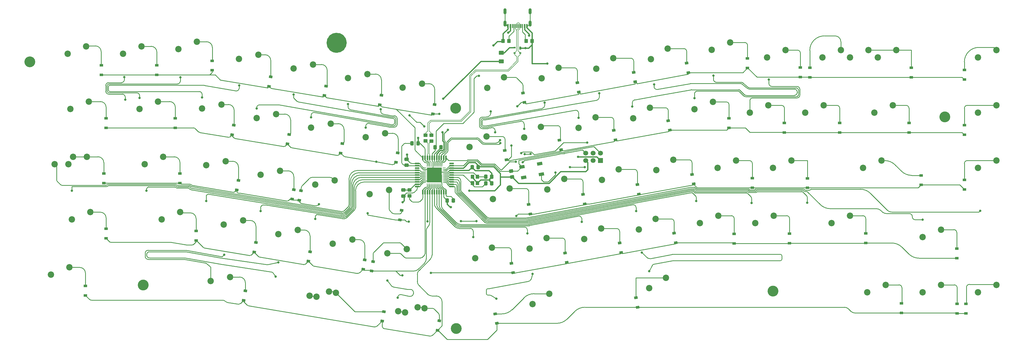
<source format=gbr>
%TF.GenerationSoftware,KiCad,Pcbnew,(6.0.1)*%
%TF.CreationDate,2022-01-26T01:35:16+07:00*%
%TF.ProjectId,Maja V1 PCB Redesign,4d616a61-2056-4312-9050-434220526564,rev?*%
%TF.SameCoordinates,Original*%
%TF.FileFunction,Copper,L2,Bot*%
%TF.FilePolarity,Positive*%
%FSLAX46Y46*%
G04 Gerber Fmt 4.6, Leading zero omitted, Abs format (unit mm)*
G04 Created by KiCad (PCBNEW (6.0.1)) date 2022-01-26 01:35:16*
%MOMM*%
%LPD*%
G01*
G04 APERTURE LIST*
G04 Aperture macros list*
%AMRoundRect*
0 Rectangle with rounded corners*
0 $1 Rounding radius*
0 $2 $3 $4 $5 $6 $7 $8 $9 X,Y pos of 4 corners*
0 Add a 4 corners polygon primitive as box body*
4,1,4,$2,$3,$4,$5,$6,$7,$8,$9,$2,$3,0*
0 Add four circle primitives for the rounded corners*
1,1,$1+$1,$2,$3*
1,1,$1+$1,$4,$5*
1,1,$1+$1,$6,$7*
1,1,$1+$1,$8,$9*
0 Add four rect primitives between the rounded corners*
20,1,$1+$1,$2,$3,$4,$5,0*
20,1,$1+$1,$4,$5,$6,$7,0*
20,1,$1+$1,$6,$7,$8,$9,0*
20,1,$1+$1,$8,$9,$2,$3,0*%
%AMRotRect*
0 Rectangle, with rotation*
0 The origin of the aperture is its center*
0 $1 length*
0 $2 width*
0 $3 Rotation angle, in degrees counterclockwise*
0 Add horizontal line*
21,1,$1,$2,0,0,$3*%
G04 Aperture macros list end*
%TA.AperFunction,NonConductor*%
%ADD10C,1.874879*%
%TD*%
%TA.AperFunction,NonConductor*%
%ADD11C,3.467596*%
%TD*%
%TA.AperFunction,SMDPad,CuDef*%
%ADD12RotRect,0.900000X1.200000X80.000000*%
%TD*%
%TA.AperFunction,SMDPad,CuDef*%
%ADD13RoundRect,0.250000X-0.450000X0.350000X-0.450000X-0.350000X0.450000X-0.350000X0.450000X0.350000X0*%
%TD*%
%TA.AperFunction,SMDPad,CuDef*%
%ADD14RotRect,1.800000X1.100000X190.000000*%
%TD*%
%TA.AperFunction,ComponentPad*%
%ADD15R,1.700000X1.700000*%
%TD*%
%TA.AperFunction,ComponentPad*%
%ADD16C,1.700000*%
%TD*%
%TA.AperFunction,ComponentPad*%
%ADD17C,2.200000*%
%TD*%
%TA.AperFunction,SMDPad,CuDef*%
%ADD18R,0.600000X1.450000*%
%TD*%
%TA.AperFunction,SMDPad,CuDef*%
%ADD19R,0.300000X1.450000*%
%TD*%
%TA.AperFunction,ComponentPad*%
%ADD20O,1.050000X2.100000*%
%TD*%
%TA.AperFunction,SMDPad,CuDef*%
%ADD21RoundRect,0.250000X-0.350000X-0.450000X0.350000X-0.450000X0.350000X0.450000X-0.350000X0.450000X0*%
%TD*%
%TA.AperFunction,SMDPad,CuDef*%
%ADD22R,1.200000X0.900000*%
%TD*%
%TA.AperFunction,SMDPad,CuDef*%
%ADD23RotRect,0.900000X1.200000X100.000000*%
%TD*%
%TA.AperFunction,SMDPad,CuDef*%
%ADD24R,0.700000X1.000000*%
%TD*%
%TA.AperFunction,SMDPad,CuDef*%
%ADD25R,0.700000X0.600000*%
%TD*%
%TA.AperFunction,SMDPad,CuDef*%
%ADD26R,1.500000X0.500000*%
%TD*%
%TA.AperFunction,SMDPad,CuDef*%
%ADD27R,0.500000X1.500000*%
%TD*%
%TA.AperFunction,SMDPad,CuDef*%
%ADD28RoundRect,0.250000X-0.337500X-0.475000X0.337500X-0.475000X0.337500X0.475000X-0.337500X0.475000X0*%
%TD*%
%TA.AperFunction,SMDPad,CuDef*%
%ADD29R,1.200000X1.400000*%
%TD*%
%TA.AperFunction,SMDPad,CuDef*%
%ADD30RoundRect,0.250000X0.337500X0.475000X-0.337500X0.475000X-0.337500X-0.475000X0.337500X-0.475000X0*%
%TD*%
%TA.AperFunction,SMDPad,CuDef*%
%ADD31RoundRect,0.250000X0.350000X0.450000X-0.350000X0.450000X-0.350000X-0.450000X0.350000X-0.450000X0*%
%TD*%
%TA.AperFunction,SMDPad,CuDef*%
%ADD32RoundRect,0.250000X-0.475000X0.337500X-0.475000X-0.337500X0.475000X-0.337500X0.475000X0.337500X0*%
%TD*%
%TA.AperFunction,SMDPad,CuDef*%
%ADD33RoundRect,0.250001X0.624999X-0.462499X0.624999X0.462499X-0.624999X0.462499X-0.624999X-0.462499X0*%
%TD*%
%TA.AperFunction,SMDPad,CuDef*%
%ADD34RoundRect,0.250000X0.450000X-0.350000X0.450000X0.350000X-0.450000X0.350000X-0.450000X-0.350000X0*%
%TD*%
%TA.AperFunction,SMDPad,CuDef*%
%ADD35RoundRect,0.250000X0.503940X-0.266541X0.382387X0.422824X-0.503940X0.266541X-0.382387X-0.422824X0*%
%TD*%
%TA.AperFunction,SMDPad,CuDef*%
%ADD36RoundRect,0.250000X0.475000X-0.337500X0.475000X0.337500X-0.475000X0.337500X-0.475000X-0.337500X0*%
%TD*%
%TA.AperFunction,SMDPad,CuDef*%
%ADD37R,5.200000X5.200000*%
%TD*%
%TA.AperFunction,SMDPad,CuDef*%
%ADD38RoundRect,0.062500X-0.475000X0.062500X-0.475000X-0.062500X0.475000X-0.062500X0.475000X0.062500X0*%
%TD*%
%TA.AperFunction,SMDPad,CuDef*%
%ADD39RoundRect,0.062500X-0.062500X0.475000X-0.062500X-0.475000X0.062500X-0.475000X0.062500X0.475000X0*%
%TD*%
%TA.AperFunction,ViaPad*%
%ADD40C,0.800000*%
%TD*%
%TA.AperFunction,Conductor*%
%ADD41C,0.250000*%
%TD*%
%TA.AperFunction,Conductor*%
%ADD42C,0.381000*%
%TD*%
%TA.AperFunction,Conductor*%
%ADD43C,0.200000*%
%TD*%
G04 APERTURE END LIST*
D10*
X45614479Y-96640770D02*
G75*
G03*
X45614479Y-96640770I-937439J0D01*
G01*
X84614503Y-173640769D02*
G75*
G03*
X84614503Y-173640769I-937439J0D01*
G01*
X360414485Y-115640758D02*
G75*
G03*
X360414485Y-115640758I-937439J0D01*
G01*
X192114491Y-112640764D02*
G75*
G03*
X192114491Y-112640764I-937439J0D01*
G01*
X192314491Y-188640764D02*
G75*
G03*
X192314491Y-188640764I-937439J0D01*
G01*
D11*
X151962431Y-90066692D02*
G75*
G03*
X151962431Y-90066692I-1733798J0D01*
G01*
D10*
X301293241Y-175742746D02*
G75*
G03*
X301293241Y-175742746I-937439J0D01*
G01*
D12*
%TO.P,D22,1,K*%
%TO.N,ROW1*%
X170648979Y-131290765D03*
%TO.P,D22,2,A*%
%TO.N,Net-(D22-Pad2)*%
X171222017Y-128040899D03*
%TD*%
D13*
%TO.P,R5,1*%
%TO.N,DP*%
X182854092Y-121952993D03*
%TO.P,R5,2*%
%TO.N,D+*%
X182854092Y-123952993D03*
%TD*%
D14*
%TO.P,S1,1,1*%
%TO.N,unconnected-(S1-Pad1)*%
X220061294Y-131772116D03*
%TO.P,S1,2,2*%
%TO.N,RESET*%
X213955486Y-132848735D03*
%TO.P,S1,3,3*%
%TO.N,GND*%
X220703792Y-135415905D03*
%TO.P,S1,4,4*%
%TO.N,unconnected-(S1-Pad4)*%
X214597984Y-136492524D03*
%TD*%
D15*
%TO.P,J2,6,GND*%
%TO.N,GND*%
X241014640Y-130652321D03*
D16*
%TO.P,J2,5,~{RST}*%
%TO.N,RESET*%
X241014640Y-128112321D03*
%TO.P,J2,4,MOSI*%
%TO.N,MOSI*%
X238474640Y-130652321D03*
%TO.P,J2,3,SCK*%
%TO.N,SCK*%
X238474640Y-128112321D03*
%TO.P,J2,2,VCC*%
%TO.N,+5V*%
X235934640Y-130652321D03*
%TO.P,J2,1,MISO*%
%TO.N,MISO*%
X235934640Y-128112321D03*
%TD*%
D12*
%TO.P,D37,1,K*%
%TO.N,ROW 2*%
X172010377Y-151144259D03*
%TO.P,D37,2,A*%
%TO.N,Net-(D37-Pad2)*%
X172583415Y-147894393D03*
%TD*%
D17*
%TO.P,K40,1,COL*%
%TO.N,COL9*%
X241480492Y-137332689D03*
%TO.P,K40,2,ROW*%
%TO.N,Net-(D40-Pad2)*%
X247292955Y-133728611D03*
%TD*%
%TO.P,K31,1,COL*%
%TO.N,COL15*%
X370872676Y-114200950D03*
%TO.P,K31,2,ROW*%
%TO.N,Net-(D31-Pad2)*%
X377222676Y-111660950D03*
%TD*%
%TO.P,K54,1,COL*%
%TO.N,COL9*%
X235408492Y-157747039D03*
%TO.P,K54,2,ROW*%
%TO.N,Net-(D54-Pad2)*%
X241220955Y-154142961D03*
%TD*%
%TO.P,K33,1,COL*%
%TO.N,COL2*%
X84171026Y-131918350D03*
%TO.P,K33,2,ROW*%
%TO.N,Net-(D33-Pad2)*%
X90521026Y-129378350D03*
%TD*%
%TO.P,K62,1,COL*%
%TO.N,COL4*%
X143270765Y-177708966D03*
%TO.P,K62,2,ROW*%
%TO.N,Net-(D62-Pad2)*%
X149965361Y-176310220D03*
%TD*%
%TO.P,K21,1,COL*%
%TO.N,COL5*%
X141470625Y-119350764D03*
%TO.P,K21,2,ROW*%
%TO.N,Net-(D21-Pad2)*%
X148165221Y-117952018D03*
%TD*%
%TO.P,K16,1,COL*%
%TO.N,COL15*%
X370872676Y-95152200D03*
%TO.P,K16,2,ROW*%
%TO.N,Net-(D16-Pad2)*%
X377222676Y-92612200D03*
%TD*%
%TO.P,K6,1,COL*%
%TO.N,COL5*%
X154158374Y-102244264D03*
%TO.P,K6,2,ROW*%
%TO.N,Net-(D6-Pad2)*%
X160852970Y-100845518D03*
%TD*%
%TO.P,K69,1,COL*%
%TO.N,COL14*%
X326868179Y-95152229D03*
%TO.P,K69,2,ROW*%
%TO.N,Net-(D15-Pad2)*%
X333218179Y-92612229D03*
%TD*%
%TO.P,K48,1,COL*%
%TO.N,COL3*%
X111403375Y-152736789D03*
%TO.P,K48,2,ROW*%
%TO.N,Net-(D48-Pad2)*%
X118097971Y-151338043D03*
%TD*%
%TO.P,K2,1,COL*%
%TO.N,COL1*%
X76740626Y-93818200D03*
%TO.P,K2,2,ROW*%
%TO.N,Net-(D2-Pad2)*%
X83090626Y-91278200D03*
%TD*%
%TO.P,K70,1,COL*%
%TO.N,COL4*%
X140925691Y-177295466D03*
%TO.P,K70,2,ROW*%
%TO.N,Net-(D62-Pad2)*%
X147620287Y-175896720D03*
%TD*%
%TO.P,K14,1,COL*%
%TO.N,COL13*%
X317343179Y-95152229D03*
%TO.P,K14,2,ROW*%
%TO.N,Net-(D14-Pad2)*%
X323693179Y-92612229D03*
%TD*%
%TO.P,K65,1,COL*%
%TO.N,COL10*%
X257746381Y-174724457D03*
%TO.P,K65,2,ROW*%
%TO.N,Net-(D65-Pad2)*%
X263558844Y-171120379D03*
%TD*%
%TO.P,K56,1,COL*%
%TO.N,COL11*%
X275242176Y-152251650D03*
%TO.P,K56,2,ROW*%
%TO.N,Net-(D56-Pad2)*%
X281592176Y-149711650D03*
%TD*%
%TO.P,K52,1,COL*%
%TO.N,COL7*%
X197887492Y-164362838D03*
%TO.P,K52,2,ROW*%
%TO.N,Net-(D52-Pad2)*%
X203699955Y-160758760D03*
%TD*%
%TO.P,K3,1,COL*%
%TO.N,COL2*%
X95790626Y-92230700D03*
%TO.P,K3,2,ROW*%
%TO.N,Net-(D3-Pad2)*%
X102140626Y-89690700D03*
%TD*%
%TO.P,K36,1,COL*%
%TO.N,COL5*%
X142853124Y-138937889D03*
%TO.P,K36,2,ROW*%
%TO.N,Net-(D36-Pad2)*%
X149547720Y-137539143D03*
%TD*%
%TO.P,K37,1,COL*%
%TO.N,COL6*%
X161613374Y-142246239D03*
%TO.P,K37,2,ROW*%
%TO.N,Net-(D37-Pad2)*%
X168307970Y-140847493D03*
%TD*%
%TO.P,K27,1,COL*%
%TO.N,COL11*%
X273337176Y-112982650D03*
%TO.P,K27,2,ROW*%
%TO.N,Net-(D27-Pad2)*%
X279687176Y-110442650D03*
%TD*%
%TO.P,K64,1,COL*%
%TO.N,COL8*%
X217610742Y-180229013D03*
%TO.P,K64,2,ROW*%
%TO.N,Net-(D64-Pad2)*%
X223423205Y-176624935D03*
%TD*%
%TO.P,K51,1,COL*%
%TO.N,COL6*%
X167685625Y-162660789D03*
%TO.P,K51,2,ROW*%
%TO.N,Net-(D51-Pad2)*%
X174380221Y-161262043D03*
%TD*%
%TO.P,K1,1,COL*%
%TO.N,COL0*%
X57690626Y-93818200D03*
%TO.P,K1,2,ROW*%
%TO.N,Net-(D1-Pad2)*%
X64040626Y-91278200D03*
%TD*%
%TO.P,K22,1,COL*%
%TO.N,COL6*%
X160231125Y-122658789D03*
%TO.P,K22,2,ROW*%
%TO.N,Net-(D22-Pad2)*%
X166925721Y-121260043D03*
%TD*%
%TO.P,K11,1,COL*%
%TO.N,COL10*%
X258315992Y-95675889D03*
%TO.P,K11,2,ROW*%
%TO.N,Net-(D11-Pad2)*%
X264128455Y-92071811D03*
%TD*%
%TO.P,K35,1,COL*%
%TO.N,COL4*%
X124092125Y-135630589D03*
%TO.P,K35,2,ROW*%
%TO.N,Net-(D35-Pad2)*%
X130786721Y-134231843D03*
%TD*%
%TO.P,K18,1,COL*%
%TO.N,COL2*%
X82456176Y-112868350D03*
%TO.P,K18,2,ROW*%
%TO.N,Net-(D18-Pad2)*%
X88806176Y-110328350D03*
%TD*%
%TO.P,K44,1,COL*%
%TO.N,COL13*%
X331343676Y-133250950D03*
%TO.P,K44,2,ROW*%
%TO.N,Net-(D44-Pad2)*%
X337693676Y-130710950D03*
%TD*%
%TO.P,K50,1,COL*%
%TO.N,COL5*%
X148924874Y-159352789D03*
%TO.P,K50,2,ROW*%
%TO.N,Net-(D50-Pad2)*%
X155619470Y-157954043D03*
%TD*%
%TO.P,K34,1,COL*%
%TO.N,COL3*%
X105331574Y-132321889D03*
%TO.P,K34,2,ROW*%
%TO.N,Net-(D34-Pad2)*%
X112026170Y-130923143D03*
%TD*%
%TO.P,K26,1,COL*%
%TO.N,COL10*%
X252243492Y-116090338D03*
%TO.P,K26,2,ROW*%
%TO.N,Net-(D26-Pad2)*%
X258055955Y-112486260D03*
%TD*%
%TO.P,K10,1,COL*%
%TO.N,COL9*%
X239554992Y-98984489D03*
%TO.P,K10,2,ROW*%
%TO.N,Net-(D10-Pad2)*%
X245367455Y-95380411D03*
%TD*%
%TO.P,K63,1,COL*%
%TO.N,COL6*%
X173756720Y-183084462D03*
%TO.P,K63,2,ROW*%
%TO.N,Net-(D63-Pad2)*%
X180451316Y-181685716D03*
%TD*%
%TO.P,K15,1,COL*%
%TO.N,COL14*%
X336393179Y-95152229D03*
%TO.P,K15,2,ROW*%
%TO.N,Net-(D15-Pad2)*%
X342743179Y-92612229D03*
%TD*%
%TO.P,K20,1,COL*%
%TO.N,COL4*%
X122710374Y-116042437D03*
%TO.P,K20,2,ROW*%
%TO.N,Net-(D20-Pad2)*%
X129404970Y-114643691D03*
%TD*%
%TO.P,K17,1,COL*%
%TO.N,COL0*%
X58643676Y-112868350D03*
%TO.P,K17,2,ROW*%
%TO.N,Net-(D17-Pad2)*%
X64993676Y-110328350D03*
%TD*%
%TO.P,K7,1,COL*%
%TO.N,COL6*%
X172920374Y-105552189D03*
%TO.P,K7,2,ROW*%
%TO.N,Net-(D7-Pad2)*%
X179614970Y-104153443D03*
%TD*%
%TO.P,K19,1,COL*%
%TO.N,COL3*%
X103949474Y-112734789D03*
%TO.P,K19,2,ROW*%
%TO.N,Net-(D19-Pad2)*%
X110644070Y-111336043D03*
%TD*%
%TO.P,K5,1,COL*%
%TO.N,COL4*%
X135398375Y-98936289D03*
%TO.P,K5,2,ROW*%
%TO.N,Net-(D5-Pad2)*%
X142092971Y-97537543D03*
%TD*%
%TO.P,K24,1,COL*%
%TO.N,COL8*%
X214722242Y-122706138D03*
%TO.P,K24,2,ROW*%
%TO.N,Net-(D24-Pad2)*%
X220534705Y-119102060D03*
%TD*%
%TO.P,K28,1,COL*%
%TO.N,COL12*%
X292387176Y-114200950D03*
%TO.P,K28,2,ROW*%
%TO.N,Net-(D28-Pad2)*%
X298737176Y-111660950D03*
%TD*%
%TO.P,K67,1,COL*%
%TO.N,COL14*%
X351822676Y-176114050D03*
%TO.P,K67,2,ROW*%
%TO.N,Net-(D67-Pad2)*%
X358172676Y-173574050D03*
%TD*%
%TO.P,K59,1,COL*%
%TO.N,COL14*%
X351822676Y-157063950D03*
%TO.P,K59,2,ROW*%
%TO.N,Net-(D59-Pad2)*%
X358172676Y-154523950D03*
%TD*%
%TO.P,K8,1,COL*%
%TO.N,COL7*%
X202033992Y-105600589D03*
%TO.P,K8,2,ROW*%
%TO.N,Net-(D8-Pad2)*%
X207846455Y-101996511D03*
%TD*%
%TO.P,K9,1,COL*%
%TO.N,COL8*%
X220794742Y-102291738D03*
%TO.P,K9,2,ROW*%
%TO.N,Net-(D9-Pad2)*%
X226607205Y-98687660D03*
%TD*%
%TO.P,K39,1,COL*%
%TO.N,COL8*%
X222720242Y-140639963D03*
%TO.P,K39,2,ROW*%
%TO.N,Net-(D39-Pad2)*%
X228532705Y-137035885D03*
%TD*%
%TO.P,K49,1,COL*%
%TO.N,COL4*%
X130165125Y-156044789D03*
%TO.P,K49,2,ROW*%
%TO.N,Net-(D49-Pad2)*%
X136859721Y-154646043D03*
%TD*%
%TO.P,K43,1,COL*%
%TO.N,COL12*%
X300387676Y-133250950D03*
%TO.P,K43,2,ROW*%
%TO.N,Net-(D43-Pad2)*%
X306737676Y-130710950D03*
%TD*%
%TO.P,K47,1,COL*%
%TO.N,COL2*%
X90076519Y-151038991D03*
%TO.P,K47,2,ROW*%
%TO.N,Net-(D47-Pad2)*%
X96426519Y-148498991D03*
%TD*%
%TO.P,K58,1,COL*%
%TO.N,COL13*%
X320485926Y-152251650D03*
%TO.P,K58,2,ROW*%
%TO.N,Net-(D58-Pad2)*%
X326835926Y-149711650D03*
%TD*%
%TO.P,K29,1,COL*%
%TO.N,COL13*%
X311437176Y-114200950D03*
%TO.P,K29,2,ROW*%
%TO.N,Net-(D29-Pad2)*%
X317787176Y-111660950D03*
%TD*%
%TO.P,K23,1,COL*%
%TO.N,COL7*%
X195961992Y-126014838D03*
%TO.P,K23,2,ROW*%
%TO.N,Net-(D23-Pad2)*%
X201774455Y-122410760D03*
%TD*%
%TO.P,K71,1,COL*%
%TO.N,COL6*%
X171411646Y-182670962D03*
%TO.P,K71,2,ROW*%
%TO.N,Net-(D63-Pad2)*%
X178106242Y-181272216D03*
%TD*%
%TO.P,K61,1,COL*%
%TO.N,COL3*%
X106892992Y-172270156D03*
%TO.P,K61,2,ROW*%
%TO.N,Net-(D61-Pad2)*%
X113587588Y-170871410D03*
%TD*%
%TO.P,K45,1,COL*%
%TO.N,COL15*%
X370872676Y-133250950D03*
%TO.P,K45,2,ROW*%
%TO.N,Net-(D45-Pad2)*%
X377222676Y-130710950D03*
%TD*%
%TO.P,K42,1,COL*%
%TO.N,COL11*%
X281337676Y-133250950D03*
%TO.P,K42,2,ROW*%
%TO.N,Net-(D42-Pad2)*%
X287687676Y-130710950D03*
%TD*%
%TO.P,K25,1,COL*%
%TO.N,COL9*%
X233482242Y-119398614D03*
%TO.P,K25,2,ROW*%
%TO.N,Net-(D25-Pad2)*%
X239294705Y-115794536D03*
%TD*%
%TO.P,K32,1,COL*%
%TO.N,COL0*%
X57976469Y-131918691D03*
%TO.P,K32,2,ROW*%
%TO.N,Net-(D32-Pad2)*%
X64326469Y-129378691D03*
%TD*%
%TO.P,K38,1,COL*%
%TO.N,COL7*%
X203959492Y-143948664D03*
%TO.P,K38,2,ROW*%
%TO.N,Net-(D38-Pad2)*%
X209771955Y-140344586D03*
%TD*%
%TO.P,K46,1,COL*%
%TO.N,COL1*%
X59111615Y-151039046D03*
%TO.P,K46,2,ROW*%
%TO.N,Net-(D46-Pad2)*%
X65461615Y-148499046D03*
%TD*%
%TO.P,K68,1,COL*%
%TO.N,COL15*%
X370872676Y-176114050D03*
%TO.P,K68,2,ROW*%
%TO.N,Net-(D68-Pad2)*%
X377222676Y-173574050D03*
%TD*%
%TO.P,K30,1,COL*%
%TO.N,COL14*%
X335250676Y-114200950D03*
%TO.P,K30,2,ROW*%
%TO.N,Net-(D30-Pad2)*%
X341600676Y-111660950D03*
%TD*%
%TO.P,K57,1,COL*%
%TO.N,COL12*%
X294292176Y-152251650D03*
%TO.P,K57,2,ROW*%
%TO.N,Net-(D57-Pad2)*%
X300642176Y-149711650D03*
%TD*%
%TO.P,K66,1,COL*%
%TO.N,COL13*%
X332772676Y-176114050D03*
%TO.P,K66,2,ROW*%
%TO.N,Net-(D66-Pad2)*%
X339122676Y-173574050D03*
%TD*%
%TO.P,K41,1,COL*%
%TO.N,COL10*%
X260241742Y-134023988D03*
%TO.P,K41,2,ROW*%
%TO.N,Net-(D41-Pad2)*%
X266054205Y-130419910D03*
%TD*%
%TO.P,K12,1,COL*%
%TO.N,COL11*%
X279242676Y-92484200D03*
%TO.P,K12,2,ROW*%
%TO.N,Net-(D12-Pad2)*%
X285592676Y-89944200D03*
%TD*%
%TO.P,K60,1,COL*%
%TO.N,COL0*%
X51975976Y-170089500D03*
%TO.P,K60,2,ROW*%
%TO.N,Net-(D60-Pad2)*%
X58325976Y-167549500D03*
%TD*%
%TO.P,K4,1,COL*%
%TO.N,COL3*%
X116637875Y-95628189D03*
%TO.P,K4,2,ROW*%
%TO.N,Net-(D4-Pad2)*%
X123332471Y-94229443D03*
%TD*%
%TO.P,K72,1,COL*%
%TO.N,COL0*%
X53213969Y-131918691D03*
%TO.P,K72,2,ROW*%
%TO.N,Net-(D32-Pad2)*%
X59563969Y-129378691D03*
%TD*%
%TO.P,K53,1,COL*%
%TO.N,COL8*%
X216647992Y-161054939D03*
%TO.P,K53,2,ROW*%
%TO.N,Net-(D53-Pad2)*%
X222460455Y-157450861D03*
%TD*%
%TO.P,K55,1,COL*%
%TO.N,COL10*%
X254168992Y-154439039D03*
%TO.P,K55,2,ROW*%
%TO.N,Net-(D55-Pad2)*%
X259981455Y-150834961D03*
%TD*%
%TO.P,K13,1,COL*%
%TO.N,COL12*%
X298292676Y-95152200D03*
%TO.P,K13,2,ROW*%
%TO.N,Net-(D13-Pad2)*%
X304642676Y-92612200D03*
%TD*%
D18*
%TO.P,J1,A1B12,GND*%
%TO.N,GND*%
X209187499Y-84315000D03*
%TO.P,J1,A4B9,VBUS*%
%TO.N,VCC*%
X209987499Y-84315000D03*
D19*
%TO.P,J1,A5,CC1*%
%TO.N,Net-(J1-PadA5)*%
X211187499Y-84315000D03*
%TO.P,J1,A6,DP1*%
%TO.N,DP*%
X212187499Y-84315000D03*
%TO.P,J1,A7,DN1*%
%TO.N,DN*%
X212687499Y-84315000D03*
%TO.P,J1,A8,SBU1*%
%TO.N,unconnected-(J1-PadA8)*%
X213687499Y-84315000D03*
D18*
%TO.P,J1,B1A12,GND*%
%TO.N,GND*%
X215687499Y-84315000D03*
%TO.P,J1,B4A9,VBUS*%
%TO.N,VCC*%
X214887499Y-84315000D03*
D19*
%TO.P,J1,B5,CC2*%
%TO.N,Net-(J1-PadB5)*%
X214187499Y-84315000D03*
%TO.P,J1,B6,DP2*%
%TO.N,DP*%
X213187499Y-84315000D03*
%TO.P,J1,B7,DN2*%
%TO.N,DN*%
X211687499Y-84315000D03*
%TO.P,J1,B8,SBU2*%
%TO.N,unconnected-(J1-PadB8)*%
X210687499Y-84315000D03*
D20*
%TO.P,J1,S1,SHIELD*%
%TO.N,GND*%
X208117499Y-83400000D03*
%TO.P,J1,S2,SHIELD*%
X216757499Y-83400000D03*
%TO.P,J1,S3,SHIELD*%
X208117499Y-79220000D03*
%TO.P,J1,S4,SHIELD*%
X216757499Y-79220000D03*
%TD*%
D12*
%TO.P,D36,1,K*%
%TO.N,ROW 2*%
X137407179Y-144376619D03*
%TO.P,D36,2,A*%
%TO.N,Net-(D36-Pad2)*%
X137980217Y-141126753D03*
%TD*%
D21*
%TO.P,R1,1*%
%TO.N,Net-(J1-PadB5)*%
X215442140Y-89444821D03*
%TO.P,R1,2*%
%TO.N,GND*%
X217442140Y-89444821D03*
%TD*%
D22*
%TO.P,D59,1,K*%
%TO.N,ROW3*%
X363577643Y-164373111D03*
%TO.P,D59,2,A*%
%TO.N,Net-(D59-Pad2)*%
X363577643Y-161073111D03*
%TD*%
D23*
%TO.P,D53,1,K*%
%TO.N,ROW3*%
X229412762Y-165834490D03*
%TO.P,D53,2,A*%
%TO.N,Net-(D53-Pad2)*%
X228839724Y-162584624D03*
%TD*%
D24*
%TO.P,U2,1,GND*%
%TO.N,GND*%
X213417140Y-91907321D03*
D25*
%TO.P,U2,2,IO1*%
%TO.N,DP*%
X213417140Y-93607321D03*
%TO.P,U2,3,IO2*%
%TO.N,DN*%
X211417140Y-93607321D03*
%TO.P,U2,4,VCC*%
%TO.N,VCC*%
X211417140Y-91707321D03*
%TD*%
D22*
%TO.P,D2,1,K*%
%TO.N,ROW0*%
X88385500Y-101153344D03*
%TO.P,D2,2,A*%
%TO.N,Net-(D2-Pad2)*%
X88385500Y-97853344D03*
%TD*%
D23*
%TO.P,D11,1,K*%
%TO.N,ROW0*%
X271234519Y-100334527D03*
%TO.P,D11,2,A*%
%TO.N,Net-(D11-Pad2)*%
X270661481Y-97084661D03*
%TD*%
D22*
%TO.P,D47,1,K*%
%TO.N,ROW3*%
X101879250Y-158303344D03*
%TO.P,D47,2,A*%
%TO.N,Net-(D47-Pad2)*%
X101879250Y-155003344D03*
%TD*%
D23*
%TO.P,D25,1,K*%
%TO.N,ROW1*%
X246163922Y-123549116D03*
%TO.P,D25,2,A*%
%TO.N,Net-(D25-Pad2)*%
X245590884Y-120299250D03*
%TD*%
D22*
%TO.P,D33,1,K*%
%TO.N,ROW 2*%
X96323000Y-138459594D03*
%TO.P,D33,2,A*%
%TO.N,Net-(D33-Pad2)*%
X96323000Y-135159594D03*
%TD*%
D23*
%TO.P,D10,1,K*%
%TO.N,ROW0*%
X252978269Y-103509527D03*
%TO.P,D10,2,A*%
%TO.N,Net-(D10-Pad2)*%
X252405231Y-100259661D03*
%TD*%
D12*
%TO.P,D21,1,K*%
%TO.N,ROW1*%
X151598981Y-128115777D03*
%TO.P,D21,2,A*%
%TO.N,Net-(D21-Pad2)*%
X152172019Y-124865911D03*
%TD*%
D22*
%TO.P,D17,1,K*%
%TO.N,ROW1*%
X70923000Y-119409594D03*
%TO.P,D17,2,A*%
%TO.N,Net-(D17-Pad2)*%
X70923000Y-116109594D03*
%TD*%
%TO.P,D31,1,K*%
%TO.N,ROW1*%
X366198000Y-121790844D03*
%TO.P,D31,2,A*%
%TO.N,Net-(D31-Pad2)*%
X366198000Y-118490844D03*
%TD*%
D12*
%TO.P,D48,1,K*%
%TO.N,ROW3*%
X121888250Y-162247027D03*
%TO.P,D48,2,A*%
%TO.N,Net-(D48-Pad2)*%
X122461288Y-158997161D03*
%TD*%
D22*
%TO.P,D68,1,K*%
%TO.N,ROW4*%
X366772296Y-183395817D03*
%TO.P,D68,2,A*%
%TO.N,Net-(D68-Pad2)*%
X366772296Y-180095817D03*
%TD*%
D26*
%TO.P,REF\u002A\u002A,44*%
%TO.N,+5V*%
X177962497Y-131688756D03*
%TO.P,REF\u002A\u002A,43*%
%TO.N,GND*%
X177962497Y-132488756D03*
%TO.P,REF\u002A\u002A,42*%
%TO.N,N/C*%
X177962497Y-133288756D03*
%TO.P,REF\u002A\u002A,41*%
%TO.N,COL0*%
X177962497Y-134088756D03*
%TO.P,REF\u002A\u002A,40*%
%TO.N,COL1*%
X177962497Y-134888756D03*
%TO.P,REF\u002A\u002A,39*%
%TO.N,COL2*%
X177962497Y-135688756D03*
%TO.P,REF\u002A\u002A,38*%
%TO.N,COL3*%
X177962497Y-136488756D03*
%TO.P,REF\u002A\u002A,37*%
%TO.N,COL4*%
X177962497Y-137288756D03*
%TO.P,REF\u002A\u002A,36*%
%TO.N,COL5*%
X177962497Y-138088756D03*
%TO.P,REF\u002A\u002A,35*%
%TO.N,GND*%
X177962497Y-138888756D03*
%TO.P,REF\u002A\u002A,34*%
%TO.N,+5V*%
X177962497Y-139688756D03*
D27*
%TO.P,REF\u002A\u002A,33*%
%TO.N,Net-(R6-Pad1)*%
X179862497Y-141588756D03*
%TO.P,REF\u002A\u002A,32*%
%TO.N,COL6*%
X180662497Y-141588756D03*
%TO.P,REF\u002A\u002A,31*%
%TO.N,ROW 2*%
X181462497Y-141588756D03*
%TO.P,REF\u002A\u002A,30*%
%TO.N,ROW3*%
X182262497Y-141588756D03*
%TO.P,REF\u002A\u002A,29*%
%TO.N,ROW4*%
X183062497Y-141588756D03*
%TO.P,REF\u002A\u002A,28*%
%TO.N,COL7*%
X183862497Y-141588756D03*
%TO.P,REF\u002A\u002A,27*%
%TO.N,COL8*%
X184662497Y-141588756D03*
%TO.P,REF\u002A\u002A,26*%
%TO.N,COL9*%
X185462497Y-141588756D03*
%TO.P,REF\u002A\u002A,25*%
%TO.N,COL10*%
X186262497Y-141588756D03*
%TO.P,REF\u002A\u002A,24*%
%TO.N,+5V*%
X187062497Y-141588756D03*
%TO.P,REF\u002A\u002A,23*%
%TO.N,GND*%
X187862497Y-141588756D03*
D26*
%TO.P,REF\u002A\u002A,22*%
%TO.N,COL11*%
X189762497Y-139688756D03*
%TO.P,REF\u002A\u002A,21*%
%TO.N,COL12*%
X189762497Y-138888756D03*
%TO.P,REF\u002A\u002A,20*%
%TO.N,COL13*%
X189762497Y-138088756D03*
%TO.P,REF\u002A\u002A,19*%
%TO.N,COL14*%
X189762497Y-137288756D03*
%TO.P,REF\u002A\u002A,18*%
%TO.N,COL15*%
X189762497Y-136488756D03*
%TO.P,REF\u002A\u002A,17*%
%TO.N,XTAL1*%
X189762497Y-135688756D03*
%TO.P,REF\u002A\u002A,16*%
%TO.N,XTAL2*%
X189762497Y-134888756D03*
%TO.P,REF\u002A\u002A,15*%
%TO.N,GND*%
X189762497Y-134088756D03*
%TO.P,REF\u002A\u002A,14*%
%TO.N,+5V*%
X189762497Y-133288756D03*
%TO.P,REF\u002A\u002A,13*%
%TO.N,RESET*%
X189762497Y-132488756D03*
%TO.P,REF\u002A\u002A,12*%
%TO.N,N/C*%
X189762497Y-131688756D03*
D27*
%TO.P,REF\u002A\u002A,11*%
%TO.N,MISO*%
X187862497Y-129788756D03*
%TO.P,REF\u002A\u002A,10*%
%TO.N,MOSI*%
X187062497Y-129788756D03*
%TO.P,REF\u002A\u002A,9*%
%TO.N,SCK*%
X186262497Y-129788756D03*
%TO.P,REF\u002A\u002A,8*%
%TO.N,ROW1*%
X185462497Y-129788756D03*
%TO.P,REF\u002A\u002A,7*%
%TO.N,+5V*%
X184662497Y-129788756D03*
%TO.P,REF\u002A\u002A,6*%
%TO.N,Net-(C1-Pad1)*%
X183862497Y-129788756D03*
%TO.P,REF\u002A\u002A,5*%
%TO.N,GND*%
X183062497Y-129788756D03*
%TO.P,REF\u002A\u002A,4*%
%TO.N,D+*%
X182262497Y-129788756D03*
%TO.P,REF\u002A\u002A,3*%
%TO.N,D-*%
X181462497Y-129788756D03*
%TO.P,REF\u002A\u002A,2*%
%TO.N,+5V*%
X180662497Y-129788756D03*
%TO.P,REF\u002A\u002A,1*%
%TO.N,ROW0*%
X179862497Y-129788756D03*
%TD*%
D23*
%TO.P,D40,1,K*%
%TO.N,ROW 2*%
X254238589Y-142247874D03*
%TO.P,D40,2,A*%
%TO.N,Net-(D40-Pad2)*%
X253665551Y-138998008D03*
%TD*%
%TO.P,D39,1,K*%
%TO.N,ROW 2*%
X235554710Y-145636143D03*
%TO.P,D39,2,A*%
%TO.N,Net-(D39-Pad2)*%
X234981672Y-142386277D03*
%TD*%
D22*
%TO.P,D3,1,K*%
%TO.N,ROW0*%
X107435500Y-99565844D03*
%TO.P,D3,2,A*%
%TO.N,Net-(D3-Pad2)*%
X107435500Y-96265844D03*
%TD*%
%TO.P,D56,1,K*%
%TO.N,ROW3*%
X287003998Y-159258804D03*
%TO.P,D56,2,A*%
%TO.N,Net-(D56-Pad2)*%
X287003998Y-155958804D03*
%TD*%
D12*
%TO.P,D4,1,K*%
%TO.N,ROW0*%
X126992731Y-105097027D03*
%TO.P,D4,2,A*%
%TO.N,Net-(D4-Pad2)*%
X127565769Y-101847161D03*
%TD*%
%TO.P,D50,1,K*%
%TO.N,ROW3*%
X159352815Y-168184927D03*
%TO.P,D50,2,A*%
%TO.N,Net-(D50-Pad2)*%
X159925853Y-164935061D03*
%TD*%
D22*
%TO.P,D66,1,K*%
%TO.N,ROW4*%
X344554938Y-183299009D03*
%TO.P,D66,2,A*%
%TO.N,Net-(D66-Pad2)*%
X344554938Y-179999009D03*
%TD*%
D23*
%TO.P,D65,1,K*%
%TO.N,ROW4*%
X253772019Y-181297027D03*
%TO.P,D65,2,A*%
%TO.N,Net-(D65-Pad2)*%
X253198981Y-178047161D03*
%TD*%
%TO.P,D26,1,K*%
%TO.N,ROW1*%
X264884519Y-120178277D03*
%TO.P,D26,2,A*%
%TO.N,Net-(D26-Pad2)*%
X264311481Y-116928411D03*
%TD*%
D22*
%TO.P,D18,1,K*%
%TO.N,ROW1*%
X94735500Y-119409594D03*
%TO.P,D18,2,A*%
%TO.N,Net-(D18-Pad2)*%
X94735500Y-116109594D03*
%TD*%
%TO.P,D27,1,K*%
%TO.N,ROW1*%
X285235500Y-119409594D03*
%TO.P,D27,2,A*%
%TO.N,Net-(D27-Pad2)*%
X285235500Y-116109594D03*
%TD*%
%TO.P,D32,1,K*%
%TO.N,ROW 2*%
X70129250Y-138459594D03*
%TO.P,D32,2,A*%
%TO.N,Net-(D32-Pad2)*%
X70129250Y-135159594D03*
%TD*%
D23*
%TO.P,D24,1,K*%
%TO.N,ROW1*%
X227426262Y-126926628D03*
%TO.P,D24,2,A*%
%TO.N,Net-(D24-Pad2)*%
X226853224Y-123676762D03*
%TD*%
%TO.P,D23,1,K*%
%TO.N,ROW1*%
X208624063Y-130454729D03*
%TO.P,D23,2,A*%
%TO.N,Net-(D23-Pad2)*%
X208051025Y-127204863D03*
%TD*%
D22*
%TO.P,D12,1,K*%
%TO.N,ROW0*%
X291585500Y-98772094D03*
%TO.P,D12,2,A*%
%TO.N,Net-(D12-Pad2)*%
X291585500Y-95472094D03*
%TD*%
%TO.P,D28,1,K*%
%TO.N,ROW1*%
X304285500Y-120997094D03*
%TO.P,D28,2,A*%
%TO.N,Net-(D28-Pad2)*%
X304285500Y-117697094D03*
%TD*%
D23*
%TO.P,D9,1,K*%
%TO.N,ROW0*%
X233576624Y-107099214D03*
%TO.P,D9,2,A*%
%TO.N,Net-(D9-Pad2)*%
X233003586Y-103849348D03*
%TD*%
%TO.P,D41,1,K*%
%TO.N,ROW 2*%
X273051544Y-138762799D03*
%TO.P,D41,2,A*%
%TO.N,Net-(D41-Pad2)*%
X272478506Y-135512933D03*
%TD*%
D12*
%TO.P,D63,1,K*%
%TO.N,ROW4*%
X184936481Y-189234527D03*
%TO.P,D63,2,A*%
%TO.N,Net-(D63-Pad2)*%
X185509519Y-185984661D03*
%TD*%
D28*
%TO.P,C4,2*%
%TO.N,GND*%
X190352374Y-144486581D03*
%TO.P,C4,1*%
%TO.N,+5V*%
X188277374Y-144486581D03*
%TD*%
D22*
%TO.P,D58,1,K*%
%TO.N,ROW3*%
X332260365Y-159145497D03*
%TO.P,D58,2,A*%
%TO.N,Net-(D58-Pad2)*%
X332260365Y-155845497D03*
%TD*%
D23*
%TO.P,D52,1,K*%
%TO.N,ROW3*%
X210909519Y-169390777D03*
%TO.P,D52,2,A*%
%TO.N,Net-(D52-Pad2)*%
X210336481Y-166140911D03*
%TD*%
D22*
%TO.P,D44,1,K*%
%TO.N,ROW 2*%
X351318735Y-139104855D03*
%TO.P,D44,2,A*%
%TO.N,Net-(D44-Pad2)*%
X351318735Y-135804855D03*
%TD*%
%TO.P,D57,1,K*%
%TO.N,ROW3*%
X306042839Y-159194265D03*
%TO.P,D57,2,A*%
%TO.N,Net-(D57-Pad2)*%
X306042839Y-155894265D03*
%TD*%
%TO.P,D42,1,K*%
%TO.N,ROW 2*%
X293234138Y-140048730D03*
%TO.P,D42,2,A*%
%TO.N,Net-(D42-Pad2)*%
X293234138Y-136748730D03*
%TD*%
D23*
%TO.P,D64,1,K*%
%TO.N,ROW4*%
X205353269Y-186853277D03*
%TO.P,D64,2,A*%
%TO.N,Net-(D64-Pad2)*%
X204780231Y-183603411D03*
%TD*%
%TO.P,D38,1,K*%
%TO.N,ROW 2*%
X216870831Y-149121218D03*
%TO.P,D38,2,A*%
%TO.N,Net-(D38-Pad2)*%
X216297793Y-145871352D03*
%TD*%
%TO.P,D54,1,K*%
%TO.N,ROW3*%
X248150423Y-162392440D03*
%TO.P,D54,2,A*%
%TO.N,Net-(D54-Pad2)*%
X247577385Y-159142574D03*
%TD*%
D28*
%TO.P,C2,1*%
%TO.N,XTAL1*%
X201543196Y-138526243D03*
%TO.P,C2,2*%
%TO.N,GND*%
X203618196Y-138526243D03*
%TD*%
D12*
%TO.P,D61,1,K*%
%TO.N,ROW4*%
X118261481Y-178915777D03*
%TO.P,D61,2,A*%
%TO.N,Net-(D61-Pad2)*%
X118834519Y-175665911D03*
%TD*%
%TO.P,D5,1,K*%
%TO.N,ROW0*%
X146042731Y-108272027D03*
%TO.P,D5,2,A*%
%TO.N,Net-(D5-Pad2)*%
X146615769Y-105022161D03*
%TD*%
D22*
%TO.P,D13,1,K*%
%TO.N,ROW0*%
X309773782Y-101914337D03*
%TO.P,D13,2,A*%
%TO.N,Net-(D13-Pad2)*%
X309773782Y-98614337D03*
%TD*%
%TO.P,D14,1,K*%
%TO.N,ROW0*%
X313016750Y-101947094D03*
%TO.P,D14,2,A*%
%TO.N,Net-(D14-Pad2)*%
X313016750Y-98647094D03*
%TD*%
%TO.P,D43,1,K*%
%TO.N,ROW 2*%
X312184238Y-140121335D03*
%TO.P,D43,2,A*%
%TO.N,Net-(D43-Pad2)*%
X312184238Y-136821335D03*
%TD*%
D12*
%TO.P,D49,1,K*%
%TO.N,ROW3*%
X140486481Y-165422027D03*
%TO.P,D49,2,A*%
%TO.N,Net-(D49-Pad2)*%
X141059519Y-162172161D03*
%TD*%
D29*
%TO.P,Y1,4,4*%
%TO.N,GND*%
X198668196Y-138506243D03*
%TO.P,Y1,3,3*%
%TO.N,XTAL2*%
X198668196Y-136306243D03*
%TO.P,Y1,2,2*%
%TO.N,GND*%
X196968196Y-136306243D03*
%TO.P,Y1,1,1*%
%TO.N,XTAL1*%
X196968196Y-138506243D03*
%TD*%
D13*
%TO.P,R4,1*%
%TO.N,DN*%
X180822219Y-121936994D03*
%TO.P,R4,2*%
%TO.N,D-*%
X180822219Y-123936994D03*
%TD*%
D22*
%TO.P,D15,1,K*%
%TO.N,ROW0*%
X347941750Y-101947094D03*
%TO.P,D15,2,A*%
%TO.N,Net-(D15-Pad2)*%
X347941750Y-98647094D03*
%TD*%
D12*
%TO.P,D7,1,K*%
%TO.N,ROW0*%
X183348981Y-114622027D03*
%TO.P,D7,2,A*%
%TO.N,Net-(D7-Pad2)*%
X183922019Y-111372161D03*
%TD*%
D22*
%TO.P,D16,1,K*%
%TO.N,ROW0*%
X366198000Y-102740844D03*
%TO.P,D16,2,A*%
%TO.N,Net-(D16-Pad2)*%
X366198000Y-99440844D03*
%TD*%
%TO.P,D67,1,K*%
%TO.N,ROW4*%
X363722855Y-183395817D03*
%TO.P,D67,2,A*%
%TO.N,Net-(D67-Pad2)*%
X363722855Y-180095817D03*
%TD*%
D12*
%TO.P,D62,1,K*%
%TO.N,ROW4*%
X165886481Y-186059527D03*
%TO.P,D62,2,A*%
%TO.N,Net-(D62-Pad2)*%
X166459519Y-182809661D03*
%TD*%
D30*
%TO.P,C6,2*%
%TO.N,GND*%
X176179640Y-124732321D03*
%TO.P,C6,1*%
%TO.N,+5V*%
X178254640Y-124732321D03*
%TD*%
D31*
%TO.P,R2,1*%
%TO.N,Net-(J1-PadA5)*%
X209504640Y-89444821D03*
%TO.P,R2,2*%
%TO.N,GND*%
X207504640Y-89444821D03*
%TD*%
D32*
%TO.P,C8,1*%
%TO.N,+5V*%
X174267140Y-130244821D03*
%TO.P,C8,2*%
%TO.N,GND*%
X174267140Y-132319821D03*
%TD*%
D33*
%TO.P,F1,1*%
%TO.N,+5V*%
X206917140Y-96488571D03*
%TO.P,F1,2*%
%TO.N,VCC*%
X206917140Y-93513571D03*
%TD*%
D12*
%TO.P,D51,1,K*%
%TO.N,ROW3*%
X162224775Y-168798042D03*
%TO.P,D51,2,A*%
%TO.N,Net-(D51-Pad2)*%
X162797813Y-165548176D03*
%TD*%
D22*
%TO.P,D45,1,K*%
%TO.N,ROW 2*%
X366198000Y-140702181D03*
%TO.P,D45,2,A*%
%TO.N,Net-(D45-Pad2)*%
X366198000Y-137402181D03*
%TD*%
D30*
%TO.P,C3,1*%
%TO.N,+5V*%
X198927405Y-132960261D03*
%TO.P,C3,2*%
%TO.N,GND*%
X196852405Y-132960261D03*
%TD*%
D22*
%TO.P,D1,1,K*%
%TO.N,ROW0*%
X69335500Y-101153344D03*
%TO.P,D1,2,A*%
%TO.N,Net-(D1-Pad2)*%
X69335500Y-97853344D03*
%TD*%
D12*
%TO.P,D34,1,K*%
%TO.N,ROW 2*%
X115880231Y-140815777D03*
%TO.P,D34,2,A*%
%TO.N,Net-(D34-Pad2)*%
X116453269Y-137565911D03*
%TD*%
D22*
%TO.P,D60,1,K*%
%TO.N,ROW4*%
X63817827Y-177208496D03*
%TO.P,D60,2,A*%
%TO.N,Net-(D60-Pad2)*%
X63817827Y-173908496D03*
%TD*%
D12*
%TO.P,D19,1,K*%
%TO.N,ROW1*%
X114292731Y-121765777D03*
%TO.P,D19,2,A*%
%TO.N,Net-(D19-Pad2)*%
X114865769Y-118515911D03*
%TD*%
%TO.P,D6,1,K*%
%TO.N,ROW0*%
X165092731Y-111447027D03*
%TO.P,D6,2,A*%
%TO.N,Net-(D6-Pad2)*%
X165665769Y-108197161D03*
%TD*%
D34*
%TO.P,R6,2*%
%TO.N,GND*%
X175267140Y-140832321D03*
%TO.P,R6,1*%
%TO.N,Net-(R6-Pad1)*%
X175267140Y-142832321D03*
%TD*%
D28*
%TO.P,C5,1*%
%TO.N,XTAL2*%
X201543196Y-136256243D03*
%TO.P,C5,2*%
%TO.N,GND*%
X203618196Y-136256243D03*
%TD*%
D22*
%TO.P,D46,1,K*%
%TO.N,ROW3*%
X70923000Y-157509594D03*
%TO.P,D46,2,A*%
%TO.N,Net-(D46-Pad2)*%
X70923000Y-154209594D03*
%TD*%
D35*
%TO.P,R3,1*%
%TO.N,+5V*%
X210590788Y-136317129D03*
%TO.P,R3,2*%
%TO.N,RESET*%
X210243492Y-134347513D03*
%TD*%
D23*
%TO.P,D55,1,K*%
%TO.N,ROW3*%
X266909597Y-159014928D03*
%TO.P,D55,2,A*%
%TO.N,Net-(D55-Pad2)*%
X266336559Y-155765062D03*
%TD*%
D12*
%TO.P,D35,1,K*%
%TO.N,ROW 2*%
X134930231Y-143990777D03*
%TO.P,D35,2,A*%
%TO.N,Net-(D35-Pad2)*%
X135503269Y-140740911D03*
%TD*%
D36*
%TO.P,C7,1*%
%TO.N,+5V*%
X173217140Y-142919821D03*
%TO.P,C7,2*%
%TO.N,GND*%
X173217140Y-140844821D03*
%TD*%
D37*
%TO.P,U1,45,GND*%
%TO.N,GND*%
X183862499Y-135688750D03*
D38*
%TO.P,U1,44,AVCC*%
%TO.N,+5V*%
X180524999Y-133188750D03*
%TO.P,U1,43,GND*%
%TO.N,GND*%
X180524999Y-133688750D03*
%TO.P,U1,42,AREF*%
%TO.N,unconnected-(U1-Pad42)*%
X180524999Y-134188750D03*
%TO.P,U1,41,PF0*%
%TO.N,COL0*%
X180524999Y-134688750D03*
%TO.P,U1,40,PF1*%
%TO.N,COL1*%
X180524999Y-135188750D03*
%TO.P,U1,39,PF4*%
%TO.N,COL2*%
X180524999Y-135688750D03*
%TO.P,U1,38,PF5*%
%TO.N,COL3*%
X180524999Y-136188750D03*
%TO.P,U1,37,PF6*%
%TO.N,COL4*%
X180524999Y-136688750D03*
%TO.P,U1,36,PF7*%
%TO.N,COL5*%
X180524999Y-137188750D03*
%TO.P,U1,35,GND*%
%TO.N,GND*%
X180524999Y-137688750D03*
%TO.P,U1,34,VCC*%
%TO.N,+5V*%
X180524999Y-138188750D03*
D39*
%TO.P,U1,33,~{HWB}/PE2*%
%TO.N,Net-(R6-Pad1)*%
X181362499Y-139026250D03*
%TO.P,U1,32,PC7*%
%TO.N,COL6*%
X181862499Y-139026250D03*
%TO.P,U1,31,PC6*%
%TO.N,ROW 2*%
X182362499Y-139026250D03*
%TO.P,U1,30,PB6*%
%TO.N,ROW3*%
X182862499Y-139026250D03*
%TO.P,U1,29,PB5*%
%TO.N,ROW4*%
X183362499Y-139026250D03*
%TO.P,U1,28,PB4*%
%TO.N,COL7*%
X183862499Y-139026250D03*
%TO.P,U1,27,PD7*%
%TO.N,COL8*%
X184362499Y-139026250D03*
%TO.P,U1,26,PD6*%
%TO.N,COL9*%
X184862499Y-139026250D03*
%TO.P,U1,25,PD4*%
%TO.N,COL10*%
X185362499Y-139026250D03*
%TO.P,U1,24,AVCC*%
%TO.N,+5V*%
X185862499Y-139026250D03*
%TO.P,U1,23,GND*%
%TO.N,GND*%
X186362499Y-139026250D03*
D38*
%TO.P,U1,22,PD5*%
%TO.N,COL11*%
X187199999Y-138188750D03*
%TO.P,U1,21,PD3*%
%TO.N,COL12*%
X187199999Y-137688750D03*
%TO.P,U1,20,PD2*%
%TO.N,COL13*%
X187199999Y-137188750D03*
%TO.P,U1,19,PD1*%
%TO.N,COL14*%
X187199999Y-136688750D03*
%TO.P,U1,18,PD0*%
%TO.N,COL15*%
X187199999Y-136188750D03*
%TO.P,U1,17,XTAL1*%
%TO.N,XTAL1*%
X187199999Y-135688750D03*
%TO.P,U1,16,XTAL2*%
%TO.N,XTAL2*%
X187199999Y-135188750D03*
%TO.P,U1,15,GND*%
%TO.N,GND*%
X187199999Y-134688750D03*
%TO.P,U1,14,VCC*%
%TO.N,+5V*%
X187199999Y-134188750D03*
%TO.P,U1,13,~{RESET}*%
%TO.N,RESET*%
X187199999Y-133688750D03*
%TO.P,U1,12,PB7*%
%TO.N,unconnected-(U1-Pad12)*%
X187199999Y-133188750D03*
D39*
%TO.P,U1,11,PB3*%
%TO.N,MISO*%
X186362499Y-132351250D03*
%TO.P,U1,10,PB2*%
%TO.N,MOSI*%
X185862499Y-132351250D03*
%TO.P,U1,9,PB1*%
%TO.N,SCK*%
X185362499Y-132351250D03*
%TO.P,U1,8,PB0*%
%TO.N,ROW1*%
X184862499Y-132351250D03*
%TO.P,U1,7,VBUS*%
%TO.N,+5V*%
X184362499Y-132351250D03*
%TO.P,U1,6,UCAP*%
%TO.N,Net-(C1-Pad1)*%
X183862499Y-132351250D03*
%TO.P,U1,5,UGND*%
%TO.N,GND*%
X183362499Y-132351250D03*
%TO.P,U1,4,D+*%
%TO.N,D+*%
X182862499Y-132351250D03*
%TO.P,U1,3,D-*%
%TO.N,D-*%
X182362499Y-132351250D03*
%TO.P,U1,2,UVCC*%
%TO.N,+5V*%
X181862499Y-132351250D03*
%TO.P,U1,1,PE6*%
%TO.N,ROW0*%
X181362499Y-132351250D03*
%TD*%
D22*
%TO.P,D29,1,K*%
%TO.N,ROW1*%
X323324009Y-120997094D03*
%TO.P,D29,2,A*%
%TO.N,Net-(D29-Pad2)*%
X323324009Y-117697094D03*
%TD*%
%TO.P,D30,1,K*%
%TO.N,ROW1*%
X347148000Y-120997094D03*
%TO.P,D30,2,A*%
%TO.N,Net-(D30-Pad2)*%
X347148000Y-117697094D03*
%TD*%
D12*
%TO.P,D20,1,K*%
%TO.N,ROW1*%
X133342731Y-124940777D03*
%TO.P,D20,2,A*%
%TO.N,Net-(D20-Pad2)*%
X133915769Y-121690911D03*
%TD*%
D23*
%TO.P,D8,1,K*%
%TO.N,ROW0*%
X214878269Y-110653277D03*
%TO.P,D8,2,A*%
%TO.N,Net-(D8-Pad2)*%
X214305231Y-107403411D03*
%TD*%
D30*
%TO.P,C1,2*%
%TO.N,GND*%
X184079640Y-126132321D03*
%TO.P,C1,1*%
%TO.N,Net-(C1-Pad1)*%
X186154640Y-126132321D03*
%TD*%
D40*
%TO.N,SCK*%
X236417140Y-124482321D03*
%TO.N,GND*%
X233267140Y-129432321D03*
%TO.N,MOSI*%
X235567140Y-132932321D03*
X230517140Y-132932321D03*
%TO.N,COL3*%
X111539364Y-163155712D03*
%TO.N,+5V*%
X178245772Y-122893927D03*
%TO.N,GND*%
X222749112Y-97279188D03*
X225465105Y-134791262D03*
%TO.N,MISO*%
X214277248Y-131238062D03*
X211889326Y-131111376D03*
%TO.N,GND*%
X199139800Y-101452937D03*
X204197995Y-91004766D03*
X215189838Y-91907321D03*
%TO.N,MOSI*%
X216949504Y-128401838D03*
X214884273Y-128498646D03*
X206540203Y-124689278D03*
%TO.N,SCK*%
X213737584Y-128150848D03*
X206484976Y-123662637D03*
%TO.N,ROW1*%
X188505960Y-120085876D03*
%TO.N,+5V*%
X186661275Y-120911126D03*
%TO.N,ROW1*%
X210359504Y-125556210D03*
X180350921Y-118901579D03*
X175316923Y-115061542D03*
X163870510Y-131139726D03*
%TO.N,ROW0*%
X212391279Y-112008220D03*
X185562195Y-114613854D03*
%TO.N,ROW 2*%
X181457998Y-151643199D03*
%TO.N,ROW3*%
X172817140Y-170332321D03*
X182667140Y-169432321D03*
%TO.N,ROW 2*%
X175017140Y-151732321D03*
X193017140Y-151632321D03*
X212017140Y-149775392D03*
X198367140Y-151582321D03*
%TO.N,+5V*%
X174467139Y-128632331D03*
X172892140Y-145107321D03*
X189517140Y-146782321D03*
%TO.N,VCC*%
X206917140Y-93513571D03*
%TO.N,+5V*%
X195867140Y-141082321D03*
X186917140Y-109382321D03*
%TO.N,VCC*%
X209267140Y-86582321D03*
X216417140Y-87582321D03*
%TO.N,COL11*%
X273337176Y-109141370D03*
%TO.N,COL10*%
X251949250Y-112087436D03*
%TO.N,COL9*%
X233482242Y-115960690D03*
%TO.N,COL8*%
X214722242Y-119763906D03*
%TO.N,COL7*%
X204724250Y-120903997D03*
X203199250Y-113788913D03*
%TO.N,COL8*%
X221799250Y-110726543D03*
%TO.N,COL9*%
X240599250Y-107464172D03*
%TO.N,COL10*%
X259415991Y-104402879D03*
%TO.N,COL11*%
X279824250Y-101347393D03*
%TO.N,COL12*%
X298949250Y-102769819D03*
%TO.N,COL8*%
X205149250Y-178384290D03*
%TO.N,COL10*%
X257746381Y-168866569D03*
X255224250Y-162417856D03*
%TO.N,COL8*%
X217674250Y-169763866D03*
%TO.N,COL6*%
X167685625Y-172048505D03*
X171258633Y-177994917D03*
%TO.N,COL4*%
X129249250Y-170761469D03*
X130165125Y-165850187D03*
%TO.N,COL6*%
X165374250Y-112963630D03*
%TO.N,COL5*%
X154158374Y-111185766D03*
%TO.N,COL4*%
X135398375Y-107938156D03*
%TO.N,COL6*%
X160231125Y-119330608D03*
%TO.N,COL5*%
X141470625Y-115801144D03*
%TO.N,COL4*%
X122710374Y-112707065D03*
%TO.N,COL3*%
X103949474Y-108911779D03*
%TO.N,COL2*%
X82456176Y-109058988D03*
%TO.N,COL1*%
X77474250Y-109684569D03*
X77199250Y-101894312D03*
%TO.N,COL2*%
X96449250Y-102014215D03*
%TO.N,COL3*%
X116699250Y-104743489D03*
%TO.N,COL7*%
X197199250Y-157066323D03*
%TO.N,COL8*%
X215824250Y-155861664D03*
%TO.N,COL9*%
X234524250Y-151820906D03*
%TO.N,COL10*%
X253249250Y-148140087D03*
%TO.N,COL11*%
X273974250Y-144693248D03*
%TO.N,COL12*%
X292999250Y-145362934D03*
%TO.N,COL5*%
X142853124Y-150871875D03*
%TO.N,COL4*%
X124092125Y-148122874D03*
%TO.N,COL13*%
X312149250Y-145255749D03*
%TO.N,COL14*%
X351822676Y-151112323D03*
%TO.N,ROW 2*%
X144160657Y-145725401D03*
X160888874Y-148907500D03*
%TO.N,COL15*%
X371599250Y-148016075D03*
%TO.N,COL1*%
X59111615Y-141083710D03*
%TO.N,COL2*%
X84799250Y-141136075D03*
%TO.N,COL3*%
X105357499Y-144647500D03*
%TD*%
D41*
%TO.N,SCK*%
X218244493Y-128672213D02*
X225383248Y-127366213D01*
X214211105Y-127677327D02*
X217249607Y-127677327D01*
X225383248Y-127366213D02*
X228267140Y-124482321D01*
X228267140Y-124482321D02*
X236417140Y-124482321D01*
X213737584Y-128150848D02*
X214211105Y-127677327D01*
X217249607Y-127677327D02*
X218244493Y-128672213D01*
D42*
%TO.N,GND*%
X233317140Y-129382321D02*
X239744640Y-129382321D01*
X233267140Y-129432321D02*
X233317140Y-129382321D01*
X239744640Y-129382321D02*
X241014640Y-130652321D01*
D41*
%TO.N,MOSI*%
X230517140Y-132932321D02*
X235567140Y-132932321D01*
D42*
%TO.N,+5V*%
X236617140Y-131334821D02*
X235934640Y-130652321D01*
X227319637Y-134496411D02*
X235903050Y-134496411D01*
X236617140Y-133782321D02*
X236617140Y-131334821D01*
X212818907Y-138545248D02*
X223270800Y-138545248D01*
X223270800Y-138545248D02*
X227319637Y-134496411D01*
X235903050Y-134496411D02*
X236617140Y-133782321D01*
X210590788Y-136317129D02*
X212818907Y-138545248D01*
D41*
%TO.N,MISO*%
X228764813Y-128118514D02*
X234831046Y-127008727D01*
X228530945Y-128352382D02*
X228764813Y-128118514D01*
X227486456Y-128352382D02*
X228530945Y-128352382D01*
X225604071Y-128696755D02*
X227486456Y-128352382D01*
X234831046Y-127008727D02*
X235934640Y-128112321D01*
%TO.N,RESET*%
X238739105Y-125836786D02*
X241014640Y-128112321D01*
X231047922Y-127243850D02*
X238739105Y-125836786D01*
%TO.N,Net-(D19-Pad2)*%
X114967140Y-113336043D02*
G75*
G03*
X112967140Y-111336043I-1999999J1D01*
G01*
%TO.N,Net-(D7-Pad2)*%
X181967140Y-104153443D02*
G75*
G02*
X183967140Y-106153443I1J-1999999D01*
G01*
%TO.N,Net-(D5-Pad2)*%
X144967140Y-97537543D02*
G75*
G02*
X146967140Y-99537543I1J-1999999D01*
G01*
%TO.N,Net-(D22-Pad2)*%
X171417140Y-123260043D02*
G75*
G03*
X169417140Y-121260043I-1999999J1D01*
G01*
%TO.N,Net-(D21-Pad2)*%
X150767140Y-117952018D02*
G75*
G02*
X152767140Y-119952018I1J-1999999D01*
G01*
%TO.N,Net-(D3-Pad2)*%
X107467140Y-91690700D02*
G75*
G03*
X105467140Y-89690700I-1999999J1D01*
G01*
%TO.N,Net-(D20-Pad2)*%
X134367140Y-116643691D02*
G75*
G03*
X132367140Y-114643691I-1999999J1D01*
G01*
%TO.N,Net-(D6-Pad2)*%
X165617140Y-102845518D02*
G75*
G03*
X163617140Y-100845518I-1999999J1D01*
G01*
%TO.N,Net-(D17-Pad2)*%
X70923000Y-112328350D02*
G75*
G03*
X68923000Y-110328350I-1999999J1D01*
G01*
%TO.N,Net-(D18-Pad2)*%
X92735500Y-110328350D02*
G75*
G02*
X94735500Y-112328350I1J-1999999D01*
G01*
%TO.N,Net-(D2-Pad2)*%
X88385500Y-93278200D02*
G75*
G03*
X86385500Y-91278200I-1999999J1D01*
G01*
%TO.N,Net-(D1-Pad2)*%
X67217140Y-91132321D02*
G75*
G02*
X69217140Y-93132321I1J-1999999D01*
G01*
%TO.N,Net-(D4-Pad2)*%
X125565769Y-94182321D02*
G75*
G02*
X127565769Y-96182321I1J-1999999D01*
G01*
%TO.N,Net-(D35-Pad2)*%
X135503269Y-136231843D02*
G75*
G03*
X133503269Y-134231843I-1999999J1D01*
G01*
%TO.N,Net-(D33-Pad2)*%
X94323000Y-129378350D02*
G75*
G02*
X96323000Y-131378350I1J-1999999D01*
G01*
%TO.N,Net-(D34-Pad2)*%
X116453269Y-132923143D02*
G75*
G03*
X114453269Y-130923143I-1999999J1D01*
G01*
%TO.N,Net-(D36-Pad2)*%
X137980218Y-140547671D02*
G75*
G02*
X138566004Y-139133459I1999999J0D01*
G01*
X140674530Y-137024931D02*
G75*
G02*
X142088744Y-136439144I1414214J-1414213D01*
G01*
X147619294Y-136439145D02*
G75*
G02*
X149033506Y-137024931I0J-1999999D01*
G01*
X137980217Y-140547671D02*
X137980217Y-141126753D01*
X140674530Y-137024931D02*
X138566003Y-139133458D01*
X147619294Y-136439144D02*
X142088744Y-136439144D01*
X149547720Y-137539143D02*
X149033507Y-137024930D01*
%TO.N,Net-(D35-Pad2)*%
X135503269Y-136231843D02*
X135503269Y-140740911D01*
X130786721Y-134231843D02*
X133503269Y-134231843D01*
%TO.N,Net-(D34-Pad2)*%
X116453269Y-132923143D02*
X116453269Y-137565911D01*
X112026170Y-130923143D02*
X114453269Y-130923143D01*
%TO.N,Net-(D33-Pad2)*%
X96323000Y-131378350D02*
X96323000Y-135159594D01*
X90521026Y-129378350D02*
X94323000Y-129378350D01*
%TO.N,Net-(D32-Pad2)*%
X70117140Y-131382321D02*
G75*
G03*
X68117140Y-129382321I-1999999J1D01*
G01*
X68117140Y-129382321D02*
X64330099Y-129382321D01*
X64330099Y-129382321D02*
X64326469Y-129378691D01*
X70117140Y-135159594D02*
X70117140Y-131382321D01*
X70129250Y-135159594D02*
X70117140Y-135159594D01*
%TO.N,Net-(D47-Pad2)*%
X99879250Y-148732321D02*
G75*
G02*
X101879250Y-150732321I1J-1999999D01*
G01*
X96659849Y-148732321D02*
X99879250Y-148732321D01*
X96426519Y-148498991D02*
X96659849Y-148732321D01*
X101879250Y-150732321D02*
X101879250Y-155003344D01*
%TO.N,Net-(D60-Pad2)*%
X61817827Y-167549500D02*
G75*
G02*
X63817827Y-169549500I1J-1999999D01*
G01*
%TO.N,Net-(D46-Pad2)*%
X68923000Y-148499046D02*
G75*
G02*
X70923000Y-150499046I1J-1999999D01*
G01*
%TO.N,Net-(D49-Pad2)*%
X139059519Y-154646043D02*
G75*
G02*
X141059519Y-156646043I1J-1999999D01*
G01*
%TO.N,Net-(D61-Pad2)*%
X118834519Y-172871410D02*
G75*
G03*
X116834519Y-170871410I-1999999J1D01*
G01*
%TO.N,Net-(D50-Pad2)*%
X157925853Y-157954043D02*
G75*
G02*
X159925853Y-159954043I1J-1999999D01*
G01*
%TO.N,Net-(D48-Pad2)*%
X120461288Y-151338043D02*
G75*
G02*
X122461288Y-153338043I1J-1999999D01*
G01*
%TO.N,Net-(D60-Pad2)*%
X63817827Y-169549500D02*
X63817827Y-173908496D01*
X58325976Y-167549500D02*
X61817827Y-167549500D01*
%TO.N,Net-(D61-Pad2)*%
X118834519Y-172871410D02*
X118834519Y-175665911D01*
X113587588Y-170871410D02*
X116834519Y-170871410D01*
%TO.N,Net-(D50-Pad2)*%
X159925853Y-159954043D02*
X159925853Y-164935061D01*
X155619470Y-157954043D02*
X157925853Y-157954043D01*
%TO.N,Net-(D49-Pad2)*%
X136859721Y-154646043D02*
X139059519Y-154646043D01*
X141059519Y-156646043D02*
X141059519Y-162172161D01*
%TO.N,Net-(D48-Pad2)*%
X122461288Y-153338043D02*
X122461288Y-158997161D01*
X118097971Y-151338043D02*
X120461288Y-151338043D01*
%TO.N,Net-(D46-Pad2)*%
X70923000Y-150499046D02*
X70923000Y-154209594D01*
X65461615Y-148499046D02*
X68923000Y-148499046D01*
%TO.N,Net-(D17-Pad2)*%
X70923000Y-112328350D02*
X70923000Y-116109594D01*
X64993676Y-110328350D02*
X68923000Y-110328350D01*
%TO.N,Net-(D18-Pad2)*%
X94735500Y-112328350D02*
X94735500Y-116109594D01*
X88806176Y-110328350D02*
X92735500Y-110328350D01*
%TO.N,Net-(D19-Pad2)*%
X114967140Y-113336043D02*
X114967140Y-118414540D01*
X114967140Y-118414540D02*
X114865769Y-118515911D01*
X110644070Y-111336043D02*
X112967140Y-111336043D01*
%TO.N,Net-(D20-Pad2)*%
X134367140Y-121239540D02*
X133915769Y-121690911D01*
X134367140Y-116643691D02*
X134367140Y-121239540D01*
X129404970Y-114643691D02*
X132367140Y-114643691D01*
%TO.N,Net-(D21-Pad2)*%
X152767140Y-119952018D02*
X152767140Y-124270790D01*
X152767140Y-124270790D02*
X152172019Y-124865911D01*
X148165221Y-117952018D02*
X150767140Y-117952018D01*
%TO.N,Net-(D22-Pad2)*%
X171417140Y-123260043D02*
X171417140Y-127845790D01*
X171417140Y-127845790D02*
X171222019Y-128040911D01*
X166925721Y-121260043D02*
X169417140Y-121260043D01*
%TO.N,Net-(D7-Pad2)*%
X183967140Y-106153443D02*
X183967140Y-111327040D01*
X183967140Y-111327040D02*
X183922019Y-111372161D01*
X179614970Y-104153443D02*
X181967140Y-104153443D01*
%TO.N,Net-(D6-Pad2)*%
X165617140Y-108148532D02*
X165665769Y-108197161D01*
X165617140Y-102845518D02*
X165617140Y-108148532D01*
X160852970Y-100845518D02*
X163617140Y-100845518D01*
%TO.N,Net-(D5-Pad2)*%
X146967140Y-104670790D02*
X146615769Y-105022161D01*
X146967140Y-99537543D02*
X146967140Y-104670790D01*
X142092971Y-97537543D02*
X144967140Y-97537543D01*
%TO.N,Net-(D4-Pad2)*%
X123379593Y-94182321D02*
X125565769Y-94182321D01*
X127565769Y-96182321D02*
X127565769Y-101847161D01*
X123332471Y-94229443D02*
X123379593Y-94182321D01*
%TO.N,Net-(D3-Pad2)*%
X107467140Y-96234204D02*
X107435500Y-96265844D01*
X102140626Y-89690700D02*
X105467140Y-89690700D01*
X107467140Y-91690700D02*
X107467140Y-96234204D01*
%TO.N,Net-(D2-Pad2)*%
X88385500Y-93278200D02*
X88385500Y-97853344D01*
X83090626Y-91278200D02*
X86385500Y-91278200D01*
%TO.N,Net-(D1-Pad2)*%
X69217140Y-97734984D02*
X69335500Y-97853344D01*
X69217140Y-93132321D02*
X69217140Y-97734984D01*
X64186505Y-91132321D02*
X67217140Y-91132321D01*
X64040626Y-91278200D02*
X64186505Y-91132321D01*
%TO.N,Net-(D43-Pad2)*%
X312184238Y-130710950D02*
X312184238Y-136821335D01*
X306737676Y-130710950D02*
X312184238Y-130710950D01*
%TO.N,ROW0*%
X177445370Y-127371629D02*
G75*
G02*
X177152477Y-126664522I707106J707106D01*
G01*
%TO.N,+5V*%
X180369606Y-126184787D02*
G75*
G02*
X180662499Y-126891894I-707106J-707106D01*
G01*
X175418182Y-131395863D02*
G75*
G03*
X176125289Y-131688756I707106J707106D01*
G01*
%TO.N,GND*%
X173274247Y-125025214D02*
G75*
G02*
X173981354Y-124732321I707106J-707106D01*
G01*
X173718854Y-132319820D02*
G75*
G02*
X173011748Y-132026927I-3J999993D01*
G01*
X172910033Y-131925214D02*
G75*
G02*
X172617140Y-131218107I707106J707106D01*
G01*
X172910033Y-125389428D02*
G75*
G03*
X172617140Y-126096535I707106J-707106D01*
G01*
%TO.N,SCK*%
X200421371Y-124371086D02*
G75*
G03*
X201128478Y-124663979I707106J707106D01*
G01*
X205069420Y-124663978D02*
G75*
G03*
X205776526Y-124371085I3J999993D01*
G01*
%TO.N,MOSI*%
X200235173Y-124820606D02*
G75*
G03*
X200942280Y-125113499I707106J707106D01*
G01*
%TO.N,SCK*%
X199200081Y-123149796D02*
G75*
G03*
X198492974Y-122856903I-707106J-707106D01*
G01*
%TO.N,MOSI*%
X198306776Y-123306424D02*
G75*
G02*
X199013882Y-123599317I3J-999993D01*
G01*
%TO.N,SCK*%
X188243146Y-124180034D02*
G75*
G03*
X188096700Y-124533587I353556J-353553D01*
G01*
X189419830Y-123003350D02*
G75*
G02*
X189773384Y-122856903I353553J-353550D01*
G01*
X186408943Y-128642310D02*
G75*
G03*
X186262497Y-128995863I353556J-353553D01*
G01*
X186949663Y-128211880D02*
G75*
G03*
X187303216Y-128065435I0J500001D01*
G01*
X188096700Y-127064844D02*
G75*
G02*
X187950253Y-127418398I-499997J-1D01*
G01*
%TO.N,MOSI*%
X188399773Y-127604596D02*
G75*
G03*
X188546220Y-127251042I-353550J353553D01*
G01*
X188546221Y-124719785D02*
G75*
G02*
X188692666Y-124366232I500001J0D01*
G01*
X189959582Y-123306423D02*
G75*
G03*
X189606028Y-123452870I-1J-499997D01*
G01*
%TO.N,ROW1*%
X187117019Y-127615914D02*
G75*
G02*
X186763465Y-127762361I-353553J353550D01*
G01*
X186474216Y-127762362D02*
G75*
G03*
X186120663Y-127908807I0J-500001D01*
G01*
X187500733Y-123991447D02*
G75*
G02*
X187647180Y-124345001I-353550J-353553D01*
G01*
X187500734Y-127232199D02*
G75*
G03*
X187647180Y-126878646I-353556J353553D01*
G01*
X185608944Y-128420526D02*
G75*
G03*
X185462497Y-128774080I353550J-353553D01*
G01*
X187368809Y-121223027D02*
G75*
G03*
X187222362Y-121576581I353550J-353553D01*
G01*
X187368808Y-123859522D02*
G75*
G02*
X187222362Y-123505969I353556J353553D01*
G01*
%TO.N,+5V*%
X177962499Y-140379855D02*
G75*
G02*
X177816052Y-140733409I-499997J-1D01*
G01*
X176863586Y-141685875D02*
G75*
G02*
X176510033Y-141832321I-353553J353556D01*
G01*
%TO.N,Net-(R6-Pad1)*%
X175267140Y-143825214D02*
G75*
G03*
X175413587Y-144178768I499997J-1D01*
G01*
X178813587Y-144835874D02*
G75*
G02*
X178460033Y-144982321I-353553J353550D01*
G01*
X176070694Y-144835875D02*
G75*
G03*
X176424247Y-144982321I353553J353556D01*
G01*
X179716051Y-143933410D02*
G75*
G03*
X179862497Y-143579857I-353556J353553D01*
G01*
%TO.N,ROW3*%
X178295942Y-168212255D02*
G75*
G02*
X176881728Y-168798042I-1414214J1414213D01*
G01*
X180462590Y-166045607D02*
G75*
G03*
X181048376Y-164631394I-1414214J1414213D01*
G01*
%TO.N,ROW4*%
X177980625Y-172397541D02*
G75*
G03*
X178566411Y-173811753I1999999J0D01*
G01*
X182985904Y-177402820D02*
G75*
G02*
X181571691Y-176817033I0J1999999D01*
G01*
X177980625Y-169991718D02*
G75*
G02*
X178566412Y-168577505I1999999J0D01*
G01*
X182476711Y-164667204D02*
G75*
G03*
X183062497Y-163252991I-1414214J1414213D01*
G01*
X184503065Y-177402821D02*
G75*
G02*
X186503065Y-179402821I1J-1999999D01*
G01*
%TO.N,ROW3*%
X181676711Y-153510318D02*
G75*
G03*
X182262497Y-152096105I-1414214J1414213D01*
G01*
X181634163Y-153552866D02*
G75*
G03*
X181048376Y-154967080I1414213J-1414214D01*
G01*
%TO.N,COL3*%
X85367694Y-164777322D02*
G75*
G02*
X84367694Y-163777322I-1J999999D01*
G01*
X85367694Y-161648639D02*
G75*
G03*
X84367694Y-162648639I-1J-999999D01*
G01*
X98023031Y-164777322D02*
X105271121Y-166076991D01*
X105271121Y-166076991D02*
X106892992Y-167439846D01*
X85367694Y-164777322D02*
X98023031Y-164777322D01*
X84367694Y-162648639D02*
X84367694Y-163777322D01*
X110798727Y-163896349D02*
X98565104Y-161648639D01*
X98565104Y-161648639D02*
X85367694Y-161648639D01*
X111539364Y-163155712D02*
X110798727Y-163896349D01*
X106892992Y-167439846D02*
X106892992Y-172270156D01*
X102949474Y-106885844D02*
X102949474Y-106885364D01*
X72199250Y-106885844D02*
X102949474Y-106885844D01*
%TO.N,Net-(D15-Pad2)*%
X347941750Y-92612229D02*
X347941750Y-98647094D01*
X342743179Y-92612229D02*
X347941750Y-92612229D01*
D42*
%TO.N,+5V*%
X178245772Y-122893927D02*
X178254640Y-124732321D01*
D41*
X175418182Y-131395863D02*
X174267140Y-130244821D01*
X177962497Y-131688756D02*
X176125289Y-131688756D01*
D42*
%TO.N,GND*%
X217442140Y-97279188D02*
X222749112Y-97279188D01*
X217442140Y-89444821D02*
X217442140Y-97279188D01*
D41*
X220703792Y-137301279D02*
X220703792Y-135415905D01*
X221432741Y-138030228D02*
X220703792Y-137301279D01*
X225465105Y-135622596D02*
X223057473Y-138030228D01*
X225465105Y-134791262D02*
X225465105Y-135622596D01*
X223057473Y-138030228D02*
X221432741Y-138030228D01*
%TO.N,MISO*%
X188724566Y-130650825D02*
X187862497Y-129788756D01*
X195075313Y-130650825D02*
X188724566Y-130650825D01*
X195291292Y-130434847D02*
X195075313Y-130650825D01*
X200095636Y-131867781D02*
X198662702Y-130434847D01*
X206973986Y-133932801D02*
X206681686Y-133932801D01*
X209770302Y-131136485D02*
X206973986Y-133932801D01*
X209907549Y-131111376D02*
X209770302Y-131136485D01*
X204616666Y-131867781D02*
X200095636Y-131867781D01*
X198662702Y-130434847D02*
X195291292Y-130434847D01*
X206681686Y-133932801D02*
X204616666Y-131867781D01*
X211889326Y-131111376D02*
X209907549Y-131111376D01*
%TO.N,RESET*%
X213955486Y-132848735D02*
X212871114Y-131764363D01*
X212871114Y-131764363D02*
X212871114Y-130569206D01*
X212871114Y-130569206D02*
X227445679Y-127902862D01*
X227445679Y-127902862D02*
X228344747Y-127902862D01*
X228344747Y-127902862D02*
X228546055Y-127701554D01*
X228546055Y-127701554D02*
X231047922Y-127243850D01*
%TO.N,MISO*%
X214851408Y-130663902D02*
X225604071Y-128696755D01*
X214277248Y-131238062D02*
X214851408Y-130663902D01*
%TO.N,GND*%
X198425693Y-101452937D02*
X199139800Y-101452937D01*
X197488692Y-102389938D02*
X198425693Y-101452937D01*
X197488692Y-114039128D02*
X197488692Y-102389938D01*
X184475832Y-120514483D02*
X187100393Y-117889922D01*
X187100393Y-117889922D02*
X193637898Y-117889922D01*
X193637898Y-117889922D02*
X197488692Y-114039128D01*
X184475832Y-126132321D02*
X184475832Y-120514483D01*
X184079640Y-126132321D02*
X184475832Y-126132321D01*
D42*
%TO.N,+5V*%
X184662497Y-128415312D02*
X184662497Y-129788756D01*
X185830468Y-127247341D02*
X184662497Y-128415312D01*
X186757244Y-127247341D02*
X185830468Y-127247341D01*
X187132160Y-126872425D02*
X186757244Y-127247341D01*
X187132160Y-124351222D02*
X187132160Y-126872425D01*
X186707342Y-123926404D02*
X187132160Y-124351222D01*
X186707342Y-120957193D02*
X186707342Y-123926404D01*
X186661275Y-120911126D02*
X186707342Y-120957193D01*
%TO.N,GND*%
X207504640Y-89641292D02*
X207504640Y-89444821D01*
X205561469Y-89641292D02*
X207504640Y-89641292D01*
X204197995Y-91004766D02*
X205561469Y-89641292D01*
X215189838Y-91907321D02*
X213417140Y-91907321D01*
D41*
X215842499Y-84315000D02*
X216757499Y-83400000D01*
X215687499Y-84315000D02*
X215842499Y-84315000D01*
D42*
X209187499Y-84315000D02*
X209032499Y-84315000D01*
X209032499Y-84315000D02*
X208117499Y-83400000D01*
D41*
%TO.N,MOSI*%
X216852696Y-128498646D02*
X216949504Y-128401838D01*
X214884273Y-128498646D02*
X216852696Y-128498646D01*
X188399773Y-127604596D02*
X187062497Y-128941872D01*
X187062497Y-128941872D02*
X187062497Y-129788756D01*
X188546220Y-124719785D02*
X188546220Y-127251042D01*
X189606028Y-123452870D02*
X188692666Y-124366232D01*
X200235173Y-124820606D02*
X199013883Y-123599316D01*
X206115982Y-125113499D02*
X200942280Y-125113499D01*
X198306776Y-123306423D02*
X189959582Y-123306423D01*
X206540203Y-124689278D02*
X206115982Y-125113499D01*
%TO.N,SCK*%
X186262497Y-128995863D02*
X186262497Y-129788756D01*
X186839372Y-128211881D02*
X186408943Y-128642310D01*
X187950253Y-127418398D02*
X187303216Y-128065435D01*
X186949663Y-128211881D02*
X186839372Y-128211881D01*
X188096700Y-124533587D02*
X188096700Y-127064844D01*
X189419830Y-123003350D02*
X188243146Y-124180034D01*
X200421371Y-124371086D02*
X199200081Y-123149796D01*
X205069420Y-124663979D02*
X201128478Y-124663979D01*
X198492974Y-122856903D02*
X189773384Y-122856903D01*
X206484976Y-123662637D02*
X205776527Y-124371086D01*
%TO.N,ROW1*%
X187368809Y-121223027D02*
X188505960Y-120085876D01*
X187222362Y-123505969D02*
X187222362Y-121576581D01*
X187500733Y-123991447D02*
X187368808Y-123859522D01*
X187117019Y-127615914D02*
X187500734Y-127232199D01*
X185608944Y-128420526D02*
X186120663Y-127908807D01*
X187647180Y-126878646D02*
X187647180Y-124345001D01*
X185462497Y-129788756D02*
X185462497Y-128774080D01*
X186474216Y-127762361D02*
X186763465Y-127762361D01*
%TO.N,GND*%
X188173381Y-143024317D02*
X187862499Y-142713435D01*
X189559136Y-143024317D02*
X188173381Y-143024317D01*
X187862499Y-142713435D02*
X187862499Y-141588750D01*
X190352374Y-144486581D02*
X190352374Y-143817555D01*
X190352374Y-143817555D02*
X189559136Y-143024317D01*
%TO.N,ROW0*%
X185554022Y-114622027D02*
X183348981Y-114622027D01*
X185562195Y-114613854D02*
X185554022Y-114622027D01*
X177152477Y-119361815D02*
X170764864Y-112974202D01*
X177152477Y-126664522D02*
X177152477Y-119361815D01*
X179862497Y-129788756D02*
X177445370Y-127371629D01*
X170764864Y-112974202D02*
X182963672Y-115007336D01*
X165790914Y-112145210D02*
X170764864Y-112974202D01*
%TO.N,ROW1*%
X177735322Y-117479941D02*
X175316923Y-115061542D01*
X178929283Y-117479941D02*
X177735322Y-117479941D01*
X180350921Y-118901579D02*
X178929283Y-117479941D01*
X209233319Y-130454729D02*
X208624063Y-130454729D01*
X210359504Y-129328544D02*
X209233319Y-130454729D01*
X210359504Y-125556210D02*
X210359504Y-129328544D01*
X163870510Y-131139726D02*
X169556293Y-132087357D01*
%TO.N,ROW0*%
X213746222Y-110653277D02*
X214878269Y-110653277D01*
X212391279Y-112008220D02*
X213746222Y-110653277D01*
%TO.N,ROW4*%
X183062497Y-163252991D02*
X183062497Y-141588756D01*
X178566411Y-168577504D02*
X182476711Y-164667204D01*
X181571690Y-176817034D02*
X178566410Y-173811754D01*
X184503065Y-177402821D02*
X182985904Y-177402821D01*
X177980624Y-172397541D02*
X177980624Y-169991718D01*
X186503065Y-187667943D02*
X186503065Y-179402821D01*
X184936481Y-189234527D02*
X186503065Y-187667943D01*
%TO.N,ROW3*%
X182262497Y-152096105D02*
X182262497Y-141588756D01*
X181634163Y-153552866D02*
X181676711Y-153510318D01*
X178295942Y-168212255D02*
X180462590Y-166045607D01*
X181048376Y-164631394D02*
X181048376Y-154967080D01*
X170582861Y-168798042D02*
X176881728Y-168798042D01*
%TO.N,ROW 2*%
X181462497Y-151638700D02*
X181462497Y-141588756D01*
X181457998Y-151643199D02*
X181462497Y-151638700D01*
%TO.N,ROW3*%
X182262499Y-140736962D02*
X182262499Y-141588756D01*
X182262499Y-141588756D02*
X182262497Y-141588756D01*
%TO.N,Net-(R6-Pad1)*%
X176424247Y-144982321D02*
X178460033Y-144982321D01*
X178813587Y-144835874D02*
X179716051Y-143933410D01*
X179862497Y-143579857D02*
X179862497Y-141588756D01*
X175413587Y-144178768D02*
X176070694Y-144835875D01*
X175267140Y-142832321D02*
X175267140Y-143825214D01*
X181159506Y-139932801D02*
X181362499Y-139729808D01*
X179862497Y-140753039D02*
X180682735Y-139932801D01*
X181362499Y-139729808D02*
X181362499Y-139026250D01*
X179862497Y-141588756D02*
X179862497Y-140753039D01*
X180682735Y-139932801D02*
X181159506Y-139932801D01*
%TO.N,COL6*%
X180662497Y-140588756D02*
X180662497Y-141588756D01*
X180868932Y-140382321D02*
X180662497Y-140588756D01*
X181862499Y-139865526D02*
X181345704Y-140382321D01*
X181345704Y-140382321D02*
X180868932Y-140382321D01*
X181862499Y-139026250D02*
X181862499Y-139865526D01*
%TO.N,ROW 2*%
X182362499Y-140001244D02*
X181462497Y-140901246D01*
X181462497Y-140901246D02*
X181462497Y-141588756D01*
X182362499Y-139026250D02*
X182362499Y-140001244D01*
%TO.N,ROW3*%
X182867140Y-140132321D02*
X182262499Y-140736962D01*
X182862499Y-139026250D02*
X182862499Y-140127680D01*
X182862499Y-140127680D02*
X182867140Y-140132321D01*
%TO.N,ROW4*%
X183362499Y-140514245D02*
X183362499Y-139026250D01*
X183062499Y-140814245D02*
X183362499Y-140514245D01*
X185119346Y-189234527D02*
X184936481Y-189234527D01*
X202167140Y-192382321D02*
X188267140Y-192382321D01*
X205353269Y-186853277D02*
X205353269Y-189196192D01*
X205353269Y-189196192D02*
X202167140Y-192382321D01*
X188267140Y-192382321D02*
X185119346Y-189234527D01*
%TO.N,ROW3*%
X172817140Y-170332321D02*
X172117140Y-170332321D01*
X172117140Y-170332321D02*
X170582861Y-168798042D01*
X162224775Y-168798042D02*
X170582861Y-168798042D01*
X182708684Y-169390777D02*
X182667140Y-169432321D01*
X210909519Y-169390777D02*
X182708684Y-169390777D01*
%TO.N,ROW 2*%
X173679078Y-151144259D02*
X172010377Y-151144259D01*
X174267140Y-151732321D02*
X173679078Y-151144259D01*
X175017140Y-151732321D02*
X174267140Y-151732321D01*
X198367140Y-151582321D02*
X193017140Y-151582321D01*
X193017140Y-151582321D02*
X193017140Y-151632321D01*
X212671314Y-149121218D02*
X212017140Y-149775392D01*
X216870831Y-149121218D02*
X212671314Y-149121218D01*
%TO.N,RESET*%
X199909438Y-132317301D02*
X198476504Y-130884367D01*
X204430468Y-132317301D02*
X199909438Y-132317301D01*
X206495488Y-134382321D02*
X204430468Y-132317301D01*
X210243492Y-134347513D02*
X210208684Y-134382321D01*
X210208684Y-134382321D02*
X206495488Y-134382321D01*
X198476504Y-130884367D02*
X195477489Y-130884367D01*
X195477489Y-130884367D02*
X193873106Y-132488750D01*
X193873106Y-132488750D02*
X189762499Y-132488750D01*
X212456708Y-134347513D02*
X210243492Y-134347513D01*
X213955486Y-132848735D02*
X212456708Y-134347513D01*
%TO.N,+5V*%
X180662499Y-126891894D02*
X180662499Y-129788750D01*
X178917140Y-124732321D02*
X180369606Y-126184787D01*
X178254640Y-124732321D02*
X178917140Y-124732321D01*
%TO.N,GND*%
X173718854Y-132319821D02*
X174267140Y-132319821D01*
X173274247Y-125025214D02*
X172910033Y-125389428D01*
X172617140Y-126096535D02*
X172617140Y-131218107D01*
X172910033Y-131925214D02*
X173011747Y-132026928D01*
X176179640Y-124732321D02*
X173981354Y-124732321D01*
D42*
%TO.N,+5V*%
X206567140Y-135182321D02*
X204217140Y-132832321D01*
X204217140Y-132832321D02*
X198927405Y-132832321D01*
X206567140Y-136317129D02*
X206567140Y-135182321D01*
X206567140Y-139082321D02*
X206567140Y-136317129D01*
X195867140Y-141082321D02*
X204567140Y-141082321D01*
X204567140Y-141082321D02*
X206567140Y-139082321D01*
%TO.N,GND*%
X202861774Y-137382321D02*
X202906010Y-137338085D01*
X199792118Y-137382321D02*
X202861774Y-137382321D01*
X198668196Y-138506243D02*
X199792118Y-137382321D01*
%TO.N,+5V*%
X173467140Y-143169821D02*
X173217140Y-142919821D01*
X173467140Y-144532321D02*
X173467140Y-143169821D01*
X172892140Y-145107321D02*
X173467140Y-144532321D01*
X188277374Y-145792555D02*
X188277374Y-144486581D01*
X189517140Y-146782321D02*
X189267140Y-146782321D01*
X189267140Y-146782321D02*
X188277374Y-145792555D01*
X174467139Y-130044822D02*
X174267140Y-130244821D01*
X174467139Y-128632331D02*
X174467139Y-130044822D01*
%TO.N,GND*%
X217442140Y-86657321D02*
X217442140Y-89444821D01*
X215687499Y-84902680D02*
X217442140Y-86657321D01*
D41*
X215687499Y-84315000D02*
X215687499Y-84902680D01*
%TO.N,Net-(J1-PadB5)*%
X215117140Y-89119821D02*
X215442140Y-89444821D01*
X215117140Y-87232321D02*
X215117140Y-89119821D01*
X214187499Y-86302680D02*
X215117140Y-87232321D01*
X214187499Y-84315000D02*
X214187499Y-86302680D01*
D42*
%TO.N,VCC*%
X209987499Y-85861962D02*
X209267140Y-86582321D01*
X209987499Y-84315000D02*
X209987499Y-85861962D01*
D41*
%TO.N,+5V*%
X198927405Y-132832321D02*
X198927405Y-132960261D01*
D42*
X206567140Y-136317129D02*
X210590788Y-136317129D01*
X199810890Y-96488571D02*
X186917140Y-109382321D01*
X206917140Y-96488571D02*
X199810890Y-96488571D01*
D41*
X174304640Y-141832321D02*
X173217140Y-142919821D01*
X177816052Y-140733409D02*
X176863586Y-141685875D01*
X176510033Y-141832321D02*
X174304640Y-141832321D01*
X177962499Y-139688750D02*
X177962499Y-140379855D01*
%TO.N,GND*%
X177210711Y-138888750D02*
X177962499Y-138888750D01*
X175267140Y-140832321D02*
X177210711Y-138888750D01*
X173217140Y-140844821D02*
X175254640Y-140844821D01*
X175254640Y-140844821D02*
X175267140Y-140832321D01*
%TO.N,+5V*%
X187062499Y-143271706D02*
X187062499Y-141588750D01*
X188277374Y-144486581D02*
X187062499Y-143271706D01*
%TO.N,GND*%
X183862499Y-137688750D02*
X183862499Y-135688750D01*
X180524999Y-137688750D02*
X183862499Y-137688750D01*
X183862499Y-133688750D02*
X183862499Y-135688750D01*
X180524999Y-133688750D02*
X183862499Y-133688750D01*
X183362499Y-135688750D02*
X183862499Y-135688750D01*
X183362499Y-132351250D02*
X183362499Y-135688750D01*
X187199999Y-134688750D02*
X183862499Y-134688750D01*
X183862499Y-134688750D02*
X183862499Y-135688750D01*
X186337979Y-135688750D02*
X183862499Y-135688750D01*
X186337979Y-138382321D02*
X186337979Y-135688750D01*
X186362499Y-138406841D02*
X186337979Y-138382321D01*
X186362499Y-139026250D02*
X186362499Y-138406841D01*
%TO.N,Net-(C1-Pad1)*%
X186154640Y-126194821D02*
X183862499Y-128486962D01*
X186154640Y-126132321D02*
X186154640Y-126194821D01*
X183862499Y-128486962D02*
X183862499Y-129788750D01*
%TO.N,GND*%
X183062499Y-128351244D02*
X183062499Y-129788750D01*
X184079640Y-127334103D02*
X183062499Y-128351244D01*
X184079640Y-126132321D02*
X184079640Y-127334103D01*
X174436069Y-132488750D02*
X177962499Y-132488750D01*
X174267140Y-132319821D02*
X174436069Y-132488750D01*
X216757499Y-79220000D02*
X216757499Y-83400000D01*
X208117499Y-79220000D02*
X208117499Y-83400000D01*
D42*
X216242140Y-91907321D02*
X215189838Y-91907321D01*
X217442140Y-90707321D02*
X216242140Y-91907321D01*
X217442140Y-89444821D02*
X217442140Y-90707321D01*
D41*
%TO.N,Net-(J1-PadA5)*%
X209504640Y-87794821D02*
X209504640Y-89444821D01*
X211187499Y-86111962D02*
X209504640Y-87794821D01*
X211187499Y-84315000D02*
X211187499Y-86111962D01*
D42*
%TO.N,GND*%
X209187499Y-85261962D02*
X207504640Y-86944821D01*
X207504640Y-86944821D02*
X207504640Y-89444821D01*
X209187499Y-84315000D02*
X209187499Y-85261962D01*
%TO.N,VCC*%
X216417140Y-87082321D02*
X216417140Y-87582321D01*
X214887499Y-85552680D02*
X216417140Y-87082321D01*
X214887499Y-84315000D02*
X214887499Y-85552680D01*
X207885894Y-93513580D02*
X206917138Y-93513580D01*
X209692140Y-91707321D02*
X207885890Y-93513571D01*
X209692140Y-91707321D02*
X211417140Y-91707321D01*
D41*
%TO.N,XTAL1*%
X196599564Y-138506243D02*
X196968196Y-138506243D01*
X193782071Y-135688750D02*
X196599564Y-138506243D01*
X189762499Y-135688750D02*
X193782071Y-135688750D01*
D42*
%TO.N,GND*%
X198438991Y-138106243D02*
X198668196Y-138106243D01*
X196968196Y-136635448D02*
X198438991Y-138106243D01*
X196968196Y-136406243D02*
X196968196Y-136635448D01*
%TO.N,+5V*%
X195690817Y-131399387D02*
X197945414Y-131399387D01*
X193801454Y-133288750D02*
X195690817Y-131399387D01*
D41*
X198927405Y-132381378D02*
X198927405Y-132960261D01*
D42*
X189762499Y-133288750D02*
X193801454Y-133288750D01*
X197945414Y-131399387D02*
X198927405Y-132381378D01*
%TO.N,GND*%
X202906010Y-137338085D02*
X202906010Y-136968429D01*
X202906010Y-137476723D02*
X202906010Y-137338085D01*
X203618196Y-135103083D02*
X203618196Y-136256243D01*
X202634676Y-134119563D02*
X203618196Y-135103083D01*
X197873173Y-134119563D02*
X202634676Y-134119563D01*
X196852405Y-133098795D02*
X197873173Y-134119563D01*
D41*
X196852405Y-132960261D02*
X196852405Y-133098795D01*
%TO.N,XTAL1*%
X200327861Y-139741578D02*
X201543196Y-138526243D01*
X196968196Y-139037387D02*
X197672387Y-139741578D01*
X197672387Y-139741578D02*
X200327861Y-139741578D01*
X196968196Y-138506243D02*
X196968196Y-139037387D01*
%TO.N,XTAL2*%
X201493196Y-136306243D02*
X201543196Y-136256243D01*
X198668196Y-136306243D02*
X201493196Y-136306243D01*
X198668196Y-136206243D02*
X198668196Y-136306243D01*
X189762499Y-134888750D02*
X197350703Y-134888750D01*
X197350703Y-134888750D02*
X198668196Y-136206243D01*
D42*
%TO.N,GND*%
X202906010Y-137814057D02*
X203618196Y-138526243D01*
X202906010Y-137476723D02*
X202906010Y-137814057D01*
X202906010Y-136968429D02*
X203618196Y-136256243D01*
D41*
X198668196Y-138106243D02*
X198668196Y-138506243D01*
X196968196Y-136306243D02*
X196968196Y-136406243D01*
D42*
X195723916Y-134088750D02*
X196852405Y-132960261D01*
X189762499Y-134088750D02*
X195723916Y-134088750D01*
D43*
%TO.N,D-*%
X181462499Y-128537567D02*
X181462499Y-129788750D01*
X181621158Y-128378908D02*
X181462499Y-128537567D01*
X181621158Y-124735934D02*
X181621158Y-128378908D01*
X180822219Y-123936994D02*
X181621158Y-124735934D01*
%TO.N,D+*%
X182071160Y-128381364D02*
X182262499Y-128572703D01*
X182262499Y-128572703D02*
X182262499Y-129788750D01*
X182071160Y-124735934D02*
X182071160Y-128381364D01*
X182854100Y-123952994D02*
X182071160Y-124735934D01*
%TO.N,DP*%
X182854100Y-121324704D02*
X182854100Y-121952994D01*
X182056312Y-120526916D02*
X182854100Y-121324704D01*
X182785340Y-117207321D02*
X182056312Y-117936349D01*
X193110340Y-117207321D02*
X182785340Y-117207321D01*
X196417140Y-113900521D02*
X193110340Y-117207321D01*
X209310340Y-99857321D02*
X198135340Y-99857321D01*
X182056312Y-117936349D02*
X182056312Y-120526916D01*
X212642140Y-96525521D02*
X209310340Y-99857321D01*
X212642140Y-94907322D02*
X212642140Y-96525521D01*
X198135340Y-99857321D02*
X196417140Y-101575521D01*
X213417140Y-94132322D02*
X212642140Y-94907322D01*
X213417140Y-93607321D02*
X213417140Y-94132322D01*
X196417140Y-101575521D02*
X196417140Y-113900521D01*
%TO.N,DN*%
X180822219Y-121292772D02*
X180822219Y-121936994D01*
X181606312Y-117749949D02*
X181606312Y-120508679D01*
X182598940Y-116757321D02*
X181606312Y-117749949D01*
X192923940Y-116757321D02*
X182598940Y-116757321D01*
X195967140Y-101389121D02*
X195967140Y-113714121D01*
X195967140Y-113714121D02*
X192923940Y-116757321D01*
X197948940Y-99407321D02*
X195967140Y-101389121D01*
X209123940Y-99407321D02*
X197948940Y-99407321D01*
X212192140Y-96339121D02*
X209123940Y-99407321D01*
X212192140Y-94907322D02*
X212192140Y-96339121D01*
X181606312Y-120508679D02*
X180822219Y-121292772D01*
X211417140Y-93607321D02*
X211417140Y-94132322D01*
X211417140Y-94132322D02*
X212192140Y-94907322D01*
%TO.N,DP*%
X212617140Y-92807321D02*
X213417140Y-93607321D01*
X212617140Y-85832321D02*
X212617140Y-92807321D01*
X213187499Y-85261962D02*
X212617140Y-85832321D01*
X213187499Y-84315000D02*
X213187499Y-85261962D01*
%TO.N,DN*%
X212167140Y-92857321D02*
X211417140Y-93607321D01*
X212167140Y-85707321D02*
X212167140Y-92857321D01*
X212687499Y-85186962D02*
X212687499Y-84315000D01*
X212154820Y-85707321D02*
X212167140Y-85707321D01*
X212167140Y-85707321D02*
X212687499Y-85186962D01*
X211687499Y-85240000D02*
X212154820Y-85707321D01*
X211687499Y-84315000D02*
X211687499Y-85240000D01*
%TO.N,DP*%
X213187499Y-83427680D02*
X213187499Y-84315000D01*
X212917140Y-83157321D02*
X213187499Y-83427680D01*
X212187499Y-83461962D02*
X212492140Y-83157321D01*
X212187499Y-84315000D02*
X212187499Y-83461962D01*
X212492140Y-83157321D02*
X212917140Y-83157321D01*
D41*
%TO.N,Net-(D14-Pad2)*%
X321693179Y-87685442D02*
G75*
G02*
X323693179Y-89685442I1J-1999999D01*
G01*
%TO.N,COL11*%
X290228202Y-108366991D02*
G75*
G03*
X290935309Y-108659884I707106J707106D01*
G01*
%TO.N,COL10*%
X290630660Y-108049386D02*
G75*
G03*
X290957476Y-108190724I348868J358167D01*
G01*
X288591951Y-106278599D02*
G75*
G02*
X288692077Y-106288564I-148019J-1995268D01*
G01*
X288692077Y-106288563D02*
X288842140Y-106307321D01*
X288321950Y-106258571D02*
X288591951Y-106278598D01*
X288842140Y-106307321D02*
X290630660Y-108049386D01*
X291402266Y-108210364D02*
X290957476Y-108190725D01*
%TO.N,COL11*%
X291694620Y-105373372D02*
X291762127Y-105426891D01*
X291911938Y-105511939D02*
X292074101Y-105570074D01*
X280048997Y-103272558D02*
X280188016Y-103411577D01*
X309148290Y-107659884D02*
X309146362Y-107758186D01*
X279824250Y-101347393D02*
X279824250Y-102636324D01*
X308246592Y-105588732D02*
X308439417Y-105627087D01*
X292074101Y-105570074D02*
X292243824Y-105599577D01*
X280351486Y-103520804D02*
X280533123Y-103596041D01*
X279864533Y-102927451D02*
X279939770Y-103109088D01*
X279824250Y-102636324D02*
X279826178Y-102734626D01*
X273443382Y-107242889D02*
X273368619Y-107425440D01*
X279826178Y-102734626D02*
X279864533Y-102927451D01*
X308923543Y-108296118D02*
X308784524Y-108435137D01*
X279939770Y-103109088D02*
X280048997Y-103272558D01*
X280188016Y-103411577D02*
X280351486Y-103520804D01*
X280533123Y-103596041D02*
X280725948Y-103634396D01*
X273855351Y-106828721D02*
X273691548Y-106938644D01*
X280725948Y-103634396D02*
X280824250Y-103636324D01*
X280824250Y-103636324D02*
X289281952Y-103636324D01*
X309108007Y-106295677D02*
X309146362Y-106488502D01*
X289281952Y-103636324D02*
X289380254Y-103638252D01*
X308621054Y-105702324D02*
X308784524Y-105811551D01*
X274329586Y-106712414D02*
X274230952Y-106714375D01*
X289380254Y-103638252D02*
X289573079Y-103676607D01*
X289573079Y-103676607D02*
X289754716Y-103751844D01*
X289754716Y-103751844D02*
X289918186Y-103861071D01*
X288252187Y-106713975D02*
X288166053Y-106712414D01*
X289918186Y-103861071D02*
X289989059Y-103929217D01*
X291762127Y-105426891D02*
X291911938Y-105511939D01*
X289989059Y-103929217D02*
X290185723Y-104125881D01*
X290185723Y-104125881D02*
X290202953Y-104142931D01*
X290202953Y-104142931D02*
X290238853Y-104175509D01*
X290238853Y-104175509D02*
X290257491Y-104191008D01*
X288801390Y-106940179D02*
X288733883Y-106886660D01*
X292243824Y-105599577D02*
X292329958Y-105601138D01*
X290257491Y-104191008D02*
X291694620Y-105373372D01*
X292329958Y-105601138D02*
X295099250Y-105601138D01*
X295099250Y-105601138D02*
X295113584Y-105586804D01*
X309148290Y-106586804D02*
X309148290Y-107659884D01*
X295113584Y-105586804D02*
X308148290Y-105586804D01*
X308148290Y-105586804D02*
X308246592Y-105588732D01*
X308439417Y-105627087D02*
X308621054Y-105702324D01*
X308784524Y-105811551D02*
X308923543Y-105950570D01*
X308923543Y-105950570D02*
X309032770Y-106114040D01*
X308246592Y-108657956D02*
X308148290Y-108659884D01*
X309032770Y-106114040D02*
X309108007Y-106295677D01*
X309146362Y-106488502D02*
X309148290Y-106586804D01*
X309146362Y-107758186D02*
X309108007Y-107951011D01*
X309108007Y-107951011D02*
X309032770Y-108132648D01*
X309032770Y-108132648D02*
X308923543Y-108296118D01*
X308784524Y-108435137D02*
X308621054Y-108544364D01*
X273691548Y-106938644D02*
X273552431Y-107078504D01*
X308621054Y-108544364D02*
X308439417Y-108619601D01*
X308439417Y-108619601D02*
X308246592Y-108657956D01*
X308148290Y-108659884D02*
X290935309Y-108659884D01*
X290228202Y-108366991D02*
X288801390Y-106940179D01*
X288733883Y-106886660D02*
X288584072Y-106801612D01*
X288584072Y-106801612D02*
X288421910Y-106743478D01*
X288421910Y-106743478D02*
X288252187Y-106713975D01*
X288166053Y-106712414D02*
X274329586Y-106712414D01*
X274230952Y-106714375D02*
X274037501Y-106752988D01*
X274037501Y-106752988D02*
X273855351Y-106828721D01*
X273552431Y-107078504D02*
X273443382Y-107242889D01*
X273368619Y-107425440D02*
X273331035Y-107619093D01*
X273331035Y-107619093D02*
X273329600Y-107717736D01*
X273329600Y-107717736D02*
X273337176Y-109141370D01*
%TO.N,COL4*%
X156265579Y-140288750D02*
G75*
G02*
X159265579Y-137288750I3000001J-1D01*
G01*
%TO.N,COL2*%
X155366539Y-138688750D02*
G75*
G02*
X158366539Y-135688750I3000001J-1D01*
G01*
%TO.N,COL5*%
X156715099Y-141088750D02*
G75*
G02*
X159715099Y-138088750I3000001J-1D01*
G01*
%TO.N,COL0*%
X154467499Y-137088750D02*
G75*
G02*
X157467499Y-134088750I3000001J-1D01*
G01*
%TO.N,COL3*%
X155816059Y-139488750D02*
G75*
G02*
X158816059Y-136488750I3000001J-1D01*
G01*
%TO.N,COL1*%
X154917019Y-137888750D02*
G75*
G02*
X157917019Y-134888750I3000001J-1D01*
G01*
%TO.N,COL5*%
X142853124Y-149978982D02*
X142853124Y-150871875D01*
X142888693Y-149786609D02*
X142854728Y-149913367D01*
X142854728Y-149913367D02*
X142853124Y-149978982D01*
X142954307Y-149672960D02*
X142888693Y-149786609D01*
X142999570Y-149625429D02*
X142954307Y-149672960D01*
X143190430Y-149434569D02*
X142999570Y-149625429D01*
X143233162Y-149393547D02*
X143190430Y-149434569D01*
X143334199Y-149331734D02*
X143233162Y-149393547D01*
X143446902Y-149295299D02*
X143334199Y-149331734D01*
X143565003Y-149286268D02*
X143446902Y-149295299D01*
X143623662Y-149294512D02*
X143565003Y-149286268D01*
X151578229Y-150578538D02*
X143623662Y-149294512D01*
X152367955Y-150719595D02*
X151578229Y-150578538D01*
X156715099Y-141088750D02*
X156715099Y-146947230D01*
X152927154Y-150735175D02*
X152543787Y-150735175D01*
X177962499Y-138088750D02*
X159715099Y-138088750D01*
X156422206Y-147654337D02*
X153634261Y-150442282D01*
X152367955Y-150719595D02*
G75*
G03*
X152543787Y-150735175I175842J984516D01*
G01*
X152927154Y-150735174D02*
G75*
G03*
X153634260Y-150442281I3J999993D01*
G01*
X156422206Y-147654337D02*
G75*
G03*
X156715099Y-146947230I-707101J707104D01*
G01*
%TO.N,COL0*%
X154467499Y-140123124D02*
X154467499Y-137088750D01*
X161035711Y-134088750D02*
X177962499Y-134088750D01*
X157467499Y-134088750D02*
X161035711Y-134088750D01*
%TO.N,COL1*%
X157917019Y-134888750D02*
X177962499Y-134888750D01*
X154917019Y-146202440D02*
X154917019Y-137888750D01*
X100268627Y-140239204D02*
X152271279Y-148796091D01*
X100002378Y-140133378D02*
X100132573Y-140196181D01*
X95050054Y-139505081D02*
X95127239Y-139582266D01*
X71772056Y-139358634D02*
X94696500Y-139358634D01*
X59111615Y-139683625D02*
X71032851Y-139683625D01*
X154917018Y-146202440D02*
G75*
G02*
X154624125Y-146909546I-999998J-1D01*
G01*
X152929859Y-148603814D02*
G75*
G02*
X152433643Y-148809360I-496235J496239D01*
G01*
X99704629Y-139875158D02*
X99866060Y-140036589D01*
X100002378Y-140133377D02*
G75*
G02*
X99866061Y-140036588I217218J450319D01*
G01*
X95480792Y-139728712D02*
X99351076Y-139728712D01*
X100268627Y-140239204D02*
G75*
G02*
X100132573Y-140196181I81180J493356D01*
G01*
X152929859Y-148603814D02*
X154624126Y-146909547D01*
X99704629Y-139875158D02*
G75*
G03*
X99351076Y-139728712I-353553J-353556D01*
G01*
X71386405Y-139537178D02*
X71418503Y-139505080D01*
X95480792Y-139728711D02*
G75*
G02*
X95127239Y-139582266I0J500001D01*
G01*
X95050054Y-139505081D02*
G75*
G03*
X94696500Y-139358634I-353553J-353550D01*
G01*
X71772056Y-139358635D02*
G75*
G03*
X71418503Y-139505080I0J-500001D01*
G01*
X71386405Y-139537178D02*
G75*
G02*
X71032851Y-139683625I-353553J353550D01*
G01*
X59111615Y-141083710D02*
X59111615Y-139683625D01*
X152433643Y-148809360D02*
G75*
G02*
X152271279Y-148796091I5J1000065D01*
G01*
%TO.N,COL2*%
X158366539Y-135688750D02*
X177962499Y-135688750D01*
X155366539Y-146388638D02*
X155366539Y-138688750D01*
X155364610Y-146486939D02*
X155366539Y-146388638D01*
X155326255Y-146679765D02*
X155364610Y-146486939D01*
X155251018Y-146861402D02*
X155326255Y-146679765D01*
X155141792Y-147024871D02*
X155251018Y-146861402D01*
X153203404Y-148965987D02*
X155073646Y-147095745D01*
X152247027Y-149258880D02*
X152496297Y-149258880D01*
X100146277Y-140743669D02*
X152085484Y-149245746D01*
X95294596Y-140178232D02*
X99023252Y-140178232D01*
X94863857Y-139954600D02*
X94941043Y-140031786D01*
X85533952Y-139808154D02*
X94510304Y-139808154D01*
X84945697Y-140189302D02*
X85180399Y-139954600D01*
X84799250Y-141136075D02*
X84799250Y-140542856D01*
X153203404Y-148965987D02*
G75*
G02*
X152496297Y-149258880I-707104J707101D01*
G01*
X155073646Y-147095745D02*
X155141792Y-147024871D01*
X100146277Y-140743668D02*
G75*
G02*
X99962557Y-140674551I80768J493420D01*
G01*
X95294596Y-140178231D02*
G75*
G02*
X94941043Y-140031786I0J500001D01*
G01*
X94863857Y-139954600D02*
G75*
G03*
X94510304Y-139808154I-353553J-353556D01*
G01*
X85533952Y-139808155D02*
G75*
G03*
X85180399Y-139954600I0J-500001D01*
G01*
X99287744Y-140253916D02*
G75*
G03*
X99023252Y-140178232I-264490J-424309D01*
G01*
X84945697Y-140189302D02*
G75*
G03*
X84799250Y-140542856I353550J-353553D01*
G01*
X152247027Y-149258879D02*
G75*
G02*
X152085484Y-149245745I2J1000052D01*
G01*
X99287744Y-140253916D02*
X99962557Y-140674552D01*
%TO.N,COL3*%
X158816059Y-136488750D02*
X177962499Y-136488750D01*
X155816059Y-146574836D02*
X155816059Y-139488750D01*
X153389602Y-149415507D02*
X155523166Y-147281943D01*
X105352499Y-142582500D02*
X105952499Y-142257500D01*
X105357499Y-144647500D02*
X105352499Y-142582500D01*
X107247499Y-142437500D02*
X151899829Y-149695446D01*
X152060267Y-149708400D02*
X152682495Y-149708400D01*
X155816058Y-146574836D02*
G75*
G02*
X155523165Y-147281942I-999998J-1D01*
G01*
X152060267Y-149708399D02*
G75*
G02*
X151899829Y-149695445I6J1000080D01*
G01*
X153389602Y-149415507D02*
G75*
G02*
X152682495Y-149708400I-707106J707106D01*
G01*
X105952499Y-142257500D02*
X107247499Y-142437500D01*
%TO.N,COL4*%
X156265579Y-146761032D02*
X156265579Y-140288750D01*
X153569336Y-149871490D02*
X155972686Y-147468138D01*
X153346669Y-150047844D02*
X153520311Y-149914500D01*
X152594330Y-150204114D02*
X153097355Y-150148223D01*
X151734914Y-150146739D02*
X152500734Y-150205697D01*
X125957499Y-145987500D02*
X151693615Y-150141824D01*
X124241700Y-146445164D02*
X124561605Y-146130846D01*
X124092125Y-148122874D02*
X124092125Y-146801818D01*
X153346669Y-150047844D02*
G75*
G02*
X153097355Y-150148223I-304529J396563D01*
G01*
X124912030Y-145987500D02*
X125957499Y-145987500D01*
X153569336Y-149871490D02*
G75*
G02*
X153520311Y-149914500I-353491J353482D01*
G01*
X151734914Y-150146739D02*
G75*
G02*
X151693615Y-150141824I38395J498584D01*
G01*
X124912030Y-145987501D02*
G75*
G03*
X124561606Y-146130847I0J-499999D01*
G01*
X159265579Y-137288750D02*
X177962499Y-137288750D01*
X156265579Y-146761032D02*
G75*
G02*
X155972686Y-147468138I-1000005J3D01*
G01*
X124241700Y-146445164D02*
G75*
G03*
X124092125Y-146801818I350431J-356657D01*
G01*
X152594330Y-150204114D02*
G75*
G02*
X152500734Y-150205697I-55215J496871D01*
G01*
%TO.N,COL6*%
X171411646Y-182670962D02*
X173756720Y-183084462D01*
%TO.N,COL4*%
X140925691Y-177295466D02*
X143270765Y-177708966D01*
%TO.N,COL12*%
X308597810Y-109109404D02*
G75*
G03*
X309597810Y-108109404I1J999999D01*
G01*
X309597810Y-106137284D02*
G75*
G03*
X308597810Y-105137284I-999999J1D01*
G01*
%TO.N,COL10*%
X307698770Y-108210364D02*
G75*
G03*
X308698770Y-107210364I1J999999D01*
G01*
X307698770Y-106036324D02*
G75*
G02*
X308698770Y-107036324I1J-999999D01*
G01*
%TO.N,COL7*%
X199374730Y-118659404D02*
G75*
G03*
X200374730Y-119659404I999999J-1D01*
G01*
X199374730Y-116712284D02*
G75*
G02*
X200374730Y-115712284I999999J1D01*
G01*
%TO.N,COL8*%
X199824250Y-116861804D02*
G75*
G02*
X200524250Y-116161804I699999J1D01*
G01*
X199824250Y-118509884D02*
G75*
G03*
X200524250Y-119209884I699999J-1D01*
G01*
%TO.N,COL9*%
X200774034Y-116611588D02*
G75*
G03*
X200274250Y-117111588I216J-500000D01*
G01*
X200274250Y-118260364D02*
G75*
G03*
X200774250Y-118760364I500001J1D01*
G01*
X200774034Y-116611588D02*
X201385008Y-116611324D01*
X233482242Y-115960690D02*
X233482242Y-114325530D01*
X233482242Y-114325530D02*
G75*
G03*
X232308589Y-113340723I-1000000J0D01*
G01*
X201910447Y-118760364D02*
X200774250Y-118760364D01*
X232308589Y-113340723D02*
X201982635Y-118688177D01*
X201982635Y-118688177D02*
X201910447Y-118760364D01*
X200274250Y-118260364D02*
X200274250Y-117111588D01*
%TO.N,COL10*%
X272130409Y-106274300D02*
G75*
G02*
X272307076Y-106258571I176667J-984286D01*
G01*
X289802861Y-104378737D02*
G75*
G03*
X289095754Y-104085844I-707106J-707106D01*
G01*
X292168807Y-106050657D02*
G75*
G02*
X291533470Y-105822891I0J999999D01*
G01*
X289883281Y-104459157D02*
G75*
G03*
X289955049Y-104524284I706640J706590D01*
G01*
%TO.N,COL12*%
X298949250Y-104137284D02*
G75*
G03*
X299949250Y-105137284I999999J-1D01*
G01*
X293387176Y-109109404D02*
G75*
G03*
X292387176Y-110109404I-1J-999999D01*
G01*
%TO.N,COL10*%
X259415993Y-105177523D02*
G75*
G03*
X260592659Y-106161793I999999J0D01*
G01*
X259415991Y-104402879D02*
X259415992Y-105177523D01*
X251949251Y-110716530D02*
G75*
G02*
X252775596Y-109731724I999997J2D01*
G01*
%TO.N,COL9*%
X240599249Y-108857480D02*
G75*
G02*
X239772904Y-109842286I-999997J-2D01*
G01*
%TO.N,COL8*%
X221799249Y-111716078D02*
G75*
G02*
X220972904Y-112700884I-999997J-2D01*
G01*
X214722242Y-118089984D02*
G75*
G03*
X213548589Y-117105177I-1000000J0D01*
G01*
%TO.N,COL7*%
X204724250Y-120309410D02*
G75*
G03*
X203550596Y-119324604I-1000000J-1D01*
G01*
X202372904Y-115524216D02*
G75*
G03*
X203199250Y-114539410I-173656J984808D01*
G01*
X204724250Y-120903997D02*
X204724250Y-120309410D01*
X203199250Y-113788913D02*
X203199250Y-114539410D01*
%TO.N,COL8*%
X214722242Y-119763906D02*
X214722242Y-118089984D01*
X221799250Y-110726543D02*
X221799250Y-111716078D01*
%TO.N,COL9*%
X240599250Y-107464172D02*
X240599250Y-108857480D01*
%TO.N,COL10*%
X251949250Y-112087436D02*
X251949250Y-110716530D01*
%TO.N,COL12*%
X298949250Y-102769819D02*
X298949250Y-104137284D01*
%TO.N,Net-(D8-Pad2)*%
X212299480Y-102289404D02*
G75*
G03*
X211592373Y-101996511I-707106J-707106D01*
G01*
X214012338Y-104002262D02*
G75*
G02*
X214305231Y-104709369I-707106J-707106D01*
G01*
%TO.N,Net-(D11-Pad2)*%
X270661481Y-93071811D02*
G75*
G03*
X269661481Y-92071811I-999999J1D01*
G01*
%TO.N,Net-(D13-Pad2)*%
X309773782Y-93612200D02*
G75*
G03*
X308773782Y-92612200I-999999J1D01*
G01*
%TO.N,Net-(D12-Pad2)*%
X291585500Y-90944200D02*
G75*
G03*
X290585500Y-89944200I-999999J1D01*
G01*
%TO.N,Net-(D9-Pad2)*%
X233003586Y-99687660D02*
G75*
G03*
X232003586Y-98687660I-999999J1D01*
G01*
%TO.N,Net-(D10-Pad2)*%
X251405231Y-95380411D02*
G75*
G02*
X252405231Y-96380411I1J-999999D01*
G01*
%TO.N,Net-(D14-Pad2)*%
X318016750Y-87685442D02*
G75*
G03*
X313016750Y-92685442I0J-5000000D01*
G01*
%TO.N,Net-(D16-Pad2)*%
X366198000Y-96654192D02*
G75*
G02*
X371198000Y-91654192I5000000J0D01*
G01*
%TO.N,Net-(D30-Pad2)*%
X347148000Y-112660950D02*
G75*
G03*
X346148000Y-111660950I-999999J1D01*
G01*
%TO.N,Net-(D27-Pad2)*%
X285235500Y-111442650D02*
G75*
G03*
X284235500Y-110442650I-999999J1D01*
G01*
%TO.N,Net-(D24-Pad2)*%
X227222383Y-119641692D02*
G75*
G03*
X226222383Y-118641692I-999999J1D01*
G01*
%TO.N,Net-(D31-Pad2)*%
X367198000Y-111660950D02*
G75*
G03*
X366198000Y-112660950I-1J-999999D01*
G01*
%TO.N,Net-(D26-Pad2)*%
X264311481Y-113486260D02*
G75*
G03*
X263311481Y-112486260I-999999J1D01*
G01*
%TO.N,Net-(D23-Pad2)*%
X207172383Y-122410760D02*
G75*
G02*
X208172383Y-123410760I1J-999999D01*
G01*
%TO.N,Net-(D28-Pad2)*%
X303285500Y-111660950D02*
G75*
G02*
X304285500Y-112660950I1J-999999D01*
G01*
%TO.N,Net-(D25-Pad2)*%
X245590884Y-116794536D02*
G75*
G03*
X244590884Y-115794536I-999999J1D01*
G01*
%TO.N,Net-(D29-Pad2)*%
X323324009Y-112660950D02*
G75*
G03*
X322324009Y-111660950I-999999J1D01*
G01*
%TO.N,Net-(D40-Pad2)*%
X252665551Y-133728611D02*
G75*
G02*
X253665551Y-134728611I1J-999999D01*
G01*
%TO.N,Net-(D42-Pad2)*%
X292234138Y-130710950D02*
G75*
G02*
X293234138Y-131710950I1J-999999D01*
G01*
%TO.N,Net-(D38-Pad2)*%
X215297793Y-140344586D02*
G75*
G02*
X216297793Y-141344586I1J-999999D01*
G01*
%TO.N,Net-(D39-Pad2)*%
X233981672Y-137035885D02*
G75*
G02*
X234981672Y-138035885I1J-999999D01*
G01*
%TO.N,Net-(D41-Pad2)*%
X272478506Y-131419910D02*
G75*
G03*
X271478506Y-130419910I-999999J1D01*
G01*
%TO.N,Net-(D45-Pad2)*%
X366198000Y-131710950D02*
G75*
G02*
X367198000Y-130710950I999999J1D01*
G01*
%TO.N,Net-(D44-Pad2)*%
X348056614Y-135804855D02*
G75*
G02*
X344521080Y-134340389I-1J4999998D01*
G01*
X342356107Y-132175416D02*
G75*
G03*
X338820573Y-130710950I-3535533J-3535532D01*
G01*
%TO.N,Net-(D67-Pad2)*%
X363722855Y-174574050D02*
G75*
G03*
X362722855Y-173574050I-999999J1D01*
G01*
%TO.N,Net-(D68-Pad2)*%
X366922383Y-174410442D02*
G75*
G02*
X367922383Y-173410442I999999J1D01*
G01*
%TO.N,Net-(D66-Pad2)*%
X343697383Y-173574050D02*
G75*
G02*
X344697383Y-174574050I1J-999999D01*
G01*
%TO.N,ROW4*%
X326339970Y-181882814D02*
G75*
G03*
X324925756Y-181297027I-1414214J-1414213D01*
G01*
X327170379Y-182713223D02*
G75*
G03*
X328584592Y-183299009I1414213J1414214D01*
G01*
%TO.N,COL10*%
X302923770Y-165235364D02*
G75*
G03*
X303423770Y-164735364I-1J500001D01*
G01*
X302923770Y-163061324D02*
G75*
G02*
X303423770Y-163561324I-1J-500001D01*
G01*
X257205610Y-164262249D02*
G75*
G03*
X258071385Y-164513145I681355J731951D01*
G01*
X259465871Y-166438073D02*
G75*
G03*
X258767857Y-166950487I184420J-982844D01*
G01*
%TO.N,ROW4*%
X232139851Y-182761493D02*
G75*
G02*
X235675385Y-181297027I3535533J-3535532D01*
G01*
X229512533Y-185388811D02*
G75*
G02*
X225976999Y-186853277I-3535533J3535532D01*
G01*
%TO.N,Net-(D64-Pad2)*%
X207042939Y-183603411D02*
G75*
G03*
X210578473Y-182138945I1J4999998D01*
G01*
X218163551Y-176624935D02*
G75*
G03*
X214628017Y-178089401I-1J-4999998D01*
G01*
%TO.N,COL8*%
X202886435Y-177110364D02*
G75*
G02*
X203429974Y-177270980I2J-999993D01*
G01*
X201724250Y-176610364D02*
G75*
G03*
X202224250Y-177110364I500001J1D01*
G01*
X201724250Y-175411123D02*
G75*
G02*
X202224250Y-174911123I500001J-1D01*
G01*
X216312731Y-172348735D02*
G75*
G03*
X217083130Y-171663072I-184419J982845D01*
G01*
X203083560Y-174831056D02*
X216312731Y-172348735D01*
X217674250Y-169763866D02*
X217083130Y-171663072D01*
X205149250Y-178384290D02*
X203429974Y-177270980D01*
%TO.N,COL10*%
X257746381Y-168866569D02*
X258767856Y-166950487D01*
X265875529Y-165235364D02*
X259465871Y-166438072D01*
X255224250Y-162417856D02*
X257205609Y-164262250D01*
X258071385Y-164513145D02*
X265567871Y-163106505D01*
%TO.N,Net-(D55-Pad2)*%
X265336559Y-150834961D02*
G75*
G02*
X266336559Y-151834961I1J-999999D01*
G01*
%TO.N,Net-(D52-Pad2)*%
X209336481Y-160758760D02*
G75*
G02*
X210336481Y-161758760I1J-999999D01*
G01*
%TO.N,Net-(D54-Pad2)*%
X246577385Y-154142961D02*
G75*
G02*
X247577385Y-155142961I1J-999999D01*
G01*
%TO.N,Net-(D53-Pad2)*%
X227839724Y-157450861D02*
G75*
G02*
X228839724Y-158450861I1J-999999D01*
G01*
%TO.N,Net-(D57-Pad2)*%
X305042839Y-149711650D02*
G75*
G02*
X306042839Y-150711650I1J-999999D01*
G01*
%TO.N,Net-(D56-Pad2)*%
X287003998Y-150711650D02*
G75*
G03*
X286003998Y-149711650I-999999J1D01*
G01*
%TO.N,Net-(D58-Pad2)*%
X331260365Y-149711650D02*
G75*
G02*
X332260365Y-150711650I1J-999999D01*
G01*
%TO.N,ROW3*%
X347053301Y-162908645D02*
G75*
G03*
X350588835Y-164373111I3535533J3535532D01*
G01*
X344754619Y-160609963D02*
G75*
G03*
X341219085Y-159145497I-3535533J-3535532D01*
G01*
%TO.N,Net-(D59-Pad2)*%
X362577643Y-154523950D02*
G75*
G02*
X363577643Y-155523950I1J-999999D01*
G01*
%TO.N,COL14*%
X348277499Y-150112323D02*
G75*
G03*
X349277499Y-151112323I999999J-1D01*
G01*
X348277499Y-149987500D02*
G75*
G03*
X347277499Y-148987500I-999999J1D01*
G01*
%TO.N,COL15*%
X339760904Y-147890905D02*
G75*
G03*
X341175118Y-148476692I1414214J1414213D01*
G01*
%TO.N,COL14*%
X335959465Y-147307501D02*
G75*
G02*
X337262022Y-147789824I-1J-2000001D01*
G01*
X339398077Y-148987499D02*
G75*
G02*
X338095521Y-148505177I-3J1999993D01*
G01*
X338095520Y-148505178D02*
X337262022Y-147789823D01*
X335959465Y-147307500D02*
X320108567Y-147307500D01*
%TO.N,COL15*%
X333905320Y-142035321D02*
G75*
G03*
X330369786Y-140570855I-3535533J-3535532D01*
G01*
%TO.N,COL14*%
X310468827Y-140947771D02*
G75*
G02*
X310822380Y-141094216I0J-500001D01*
G01*
X310927083Y-141198919D02*
G75*
G03*
X311280637Y-141345366I353553J353550D01*
G01*
X312221811Y-141491812D02*
G75*
G03*
X311868258Y-141345366I-353553J-353556D01*
G01*
%TO.N,COL15*%
X313255195Y-140749400D02*
G75*
G02*
X312901642Y-140895846I-353553J353556D01*
G01*
X313287293Y-140717302D02*
G75*
G02*
X313640847Y-140570855I353553J-353550D01*
G01*
X310665722Y-140498250D02*
G75*
G02*
X311027006Y-140652600I-1J-500002D01*
G01*
X311473340Y-140895845D02*
G75*
G02*
X311112057Y-140741496I-3J499995D01*
G01*
%TO.N,COL14*%
X316573033Y-145843034D02*
G75*
G03*
X320108567Y-147307500I3535533J3535532D01*
G01*
%TO.N,COL15*%
X311112056Y-140741497D02*
X311027006Y-140652600D01*
X310665722Y-140498250D02*
X294158649Y-140498250D01*
%TO.N,COL13*%
X310075522Y-141397291D02*
G75*
G02*
X310782628Y-141690184I3J-999993D01*
G01*
X312149249Y-143471018D02*
G75*
G03*
X311856356Y-142763912I-999993J3D01*
G01*
%TO.N,COL12*%
X291718935Y-142139703D02*
G75*
G03*
X291011828Y-141846810I-707106J-707106D01*
G01*
X292706357Y-143102842D02*
G75*
G02*
X292999250Y-143809949I-707106J-707106D01*
G01*
%TO.N,COL11*%
X273681357Y-142851371D02*
G75*
G02*
X273974250Y-143558478I-707106J-707106D01*
G01*
%TO.N,COL9*%
X233557440Y-149844364D02*
G75*
G02*
X233938467Y-149928177I91611J-491534D01*
G01*
X234313667Y-150194508D02*
G75*
G02*
X234524250Y-150602231I-289415J-407721D01*
G01*
X234313667Y-150194508D02*
X233938467Y-149928177D01*
X233557440Y-149844364D02*
X216635506Y-152998187D01*
X234524250Y-151820906D02*
X234524250Y-150602231D01*
%TO.N,COL8*%
X214824250Y-153646532D02*
G75*
G02*
X215824250Y-154646532I1J-999999D01*
G01*
%TO.N,COL10*%
X252066030Y-145937566D02*
G75*
G02*
X253249250Y-146920638I183220J-983072D01*
G01*
%TO.N,COL7*%
X196199250Y-154096052D02*
G75*
G02*
X197199250Y-155096052I1J-999999D01*
G01*
%TO.N,COL11*%
X190983664Y-140117022D02*
G75*
G03*
X190837217Y-139763468I-499997J1D01*
G01*
%TO.N,COL12*%
X191558939Y-139376545D02*
G75*
G03*
X191412492Y-139022991I-499997J1D01*
G01*
%TO.N,COL13*%
X191547328Y-138088750D02*
G75*
G02*
X191618038Y-138118039I0J-99999D01*
G01*
%TO.N,COL14*%
X192085195Y-137435196D02*
G75*
G03*
X191731642Y-137288750I-353553J-353556D01*
G01*
%TO.N,COL15*%
X192907500Y-140713286D02*
G75*
G03*
X193200393Y-141420392I999993J-3D01*
G01*
X202694105Y-150499891D02*
G75*
G02*
X201986999Y-150206998I-3J999993D01*
G01*
X191774535Y-136488751D02*
G75*
G02*
X192481641Y-136781644I3J-999993D01*
G01*
X192907498Y-137621714D02*
G75*
G03*
X192614605Y-136914608I-999993J3D01*
G01*
%TO.N,COL11*%
X190983665Y-141332320D02*
G75*
G03*
X191276558Y-142039426I999993J-3D01*
G01*
X201242207Y-152005078D02*
G75*
G03*
X201949314Y-152297971I707106J707106D01*
G01*
%TO.N,COL14*%
X202507908Y-150949411D02*
G75*
G02*
X201800802Y-150656518I-3J999993D01*
G01*
X192165086Y-137515087D02*
G75*
G02*
X192457979Y-138222194I-707106J-707106D01*
G01*
X192750872Y-141606590D02*
G75*
G02*
X192457979Y-140899483I707106J707106D01*
G01*
%TO.N,COL13*%
X192008460Y-141085680D02*
G75*
G03*
X192301353Y-141792786I999993J-3D01*
G01*
X201614603Y-151106038D02*
G75*
G03*
X202321710Y-151398932I707108J707107D01*
G01*
X192008458Y-138922674D02*
G75*
G03*
X191715565Y-138215568I-999993J3D01*
G01*
%TO.N,COL12*%
X191558940Y-141271877D02*
G75*
G03*
X191851833Y-141978983I999993J-3D01*
G01*
X201428405Y-151555558D02*
G75*
G03*
X202135512Y-151848451I707106J707106D01*
G01*
%TO.N,COL9*%
X185462500Y-145932643D02*
G75*
G03*
X186048286Y-147346855I1999999J0D01*
G01*
X192726868Y-153197011D02*
G75*
G02*
X191312655Y-152611224I0J1999999D01*
G01*
%TO.N,COL8*%
X185248285Y-147182574D02*
G75*
G02*
X184662499Y-145768361I1414214J1414213D01*
G01*
X191126456Y-153060745D02*
G75*
G03*
X192540670Y-153646532I1414214J1414213D01*
G01*
%TO.N,COL10*%
X186262500Y-146096925D02*
G75*
G03*
X186848286Y-147511137I1999999J0D01*
G01*
X191498852Y-152161705D02*
G75*
G03*
X192913066Y-152747492I1414214J1414213D01*
G01*
%TO.N,COL7*%
X192354472Y-154096051D02*
G75*
G02*
X190940259Y-153510264I0J1999999D01*
G01*
X184448285Y-147018292D02*
G75*
G02*
X183862499Y-145604079I1414214J1414213D01*
G01*
%TO.N,COL4*%
X135398376Y-108670755D02*
G75*
G03*
X135691269Y-109377861I999993J-3D01*
G01*
X136505424Y-110192018D02*
G75*
G03*
X137038883Y-110469719I707106J707106D01*
G01*
%TO.N,COL5*%
X154149342Y-112191201D02*
G75*
G03*
X154975693Y-113176008I999997J-2D01*
G01*
%TO.N,COL6*%
X165374251Y-113714002D02*
G75*
G03*
X166200602Y-114698809I1000000J1D01*
G01*
X170047810Y-119184404D02*
G75*
G03*
X171047810Y-118184404I1J999999D01*
G01*
X170047810Y-115237284D02*
G75*
G02*
X171047810Y-116237284I1J-999999D01*
G01*
%TO.N,COL5*%
X169898290Y-118734884D02*
G75*
G03*
X170598290Y-118034884I1J699999D01*
G01*
X169898290Y-115686804D02*
G75*
G02*
X170598290Y-116386804I1J-699999D01*
G01*
%TO.N,COL4*%
X169648770Y-116136324D02*
G75*
G02*
X170148770Y-116636324I-1J-500001D01*
G01*
X170148770Y-117785364D02*
G75*
G02*
X169648770Y-118285364I-500001J1D01*
G01*
%TO.N,COL6*%
X160231125Y-118846035D02*
G75*
G02*
X161404773Y-117861227I999999J1D01*
G01*
%TO.N,COL5*%
X141470625Y-115081597D02*
G75*
G02*
X142644273Y-114096789I999999J1D01*
G01*
%TO.N,COL4*%
X123710374Y-111485844D02*
G75*
G03*
X122710374Y-112485844I-1J-999999D01*
G01*
%TO.N,COL3*%
X116699250Y-105691538D02*
G75*
G02*
X115525602Y-106676346I-999999J-1D01*
G01*
X103949474Y-107885364D02*
G75*
G03*
X102949474Y-106885364I-999999J1D01*
G01*
%TO.N,COL2*%
X96449250Y-103261804D02*
G75*
G02*
X95449250Y-104261804I-999999J-1D01*
G01*
X82456176Y-108335364D02*
G75*
G03*
X81456176Y-107335364I-999999J1D01*
G01*
%TO.N,COL1*%
X77474250Y-108784884D02*
G75*
G03*
X76474250Y-107784884I-999999J1D01*
G01*
X77199250Y-102812284D02*
G75*
G02*
X76199250Y-103812284I-999999J-1D01*
G01*
X70800210Y-106784884D02*
G75*
G03*
X71800210Y-107784884I999999J-1D01*
G01*
X70800210Y-104812284D02*
G75*
G02*
X71800210Y-103812284I999999J1D01*
G01*
%TO.N,COL2*%
X71249730Y-106635364D02*
G75*
G03*
X71949730Y-107335364I699999J-1D01*
G01*
X71249730Y-104961804D02*
G75*
G02*
X71949730Y-104261804I699999J1D01*
G01*
%TO.N,COL3*%
X72199250Y-106885844D02*
G75*
G02*
X71699250Y-106385844I1J500001D01*
G01*
X72199250Y-104711324D02*
G75*
G03*
X71699250Y-105211324I1J-500001D01*
G01*
%TO.N,COL6*%
X169648998Y-174256039D02*
G75*
G02*
X169016298Y-173862676I173642J984804D01*
G01*
%TO.N,COL4*%
X126507157Y-166588377D02*
G75*
G02*
X126164650Y-166597614I-197814J980237D01*
G01*
X128427336Y-169556597D02*
G75*
G03*
X127752567Y-169131643I-826100J-563536D01*
G01*
X84861971Y-163161324D02*
G75*
G02*
X85861971Y-162161324I999999J1D01*
G01*
X84861971Y-163310868D02*
G75*
G03*
X85861971Y-164310868I999999J-1D01*
G01*
X126507157Y-166588377D02*
X130165125Y-165850187D01*
X110245611Y-164269768D02*
X126164650Y-166597614D01*
X98497357Y-162198233D02*
X110245611Y-164269768D01*
X98460448Y-162161324D02*
X98497357Y-162198233D01*
X110090432Y-166427745D02*
X109698421Y-166355517D01*
X109698421Y-166355517D02*
X98102643Y-164310868D01*
X85861971Y-162161324D02*
X98460448Y-162161324D01*
X127752567Y-169131642D02*
X110090432Y-166427745D01*
X84861971Y-163310868D02*
X84861971Y-163161324D01*
X98102643Y-164310868D02*
X85861971Y-164310868D01*
X129249250Y-170761469D02*
X128427337Y-169556597D01*
%TO.N,COL6*%
X176628552Y-176136324D02*
G75*
G03*
X175628552Y-175136324I-999999J1D01*
G01*
X176628552Y-176535364D02*
G75*
G02*
X175628552Y-177535364I-999999J-1D01*
G01*
X176628552Y-176136324D02*
X176628552Y-176535364D01*
X175628552Y-177535364D02*
X175120159Y-177535364D01*
X174641455Y-175136324D02*
X175628552Y-175136324D01*
X169648998Y-174256040D02*
X174641455Y-175136324D01*
X167685625Y-172048505D02*
X169016297Y-173862676D01*
X171258633Y-177913836D02*
X171258633Y-177994917D01*
X171258634Y-177913836D02*
G75*
G02*
X172432277Y-176929029I999999J0D01*
G01*
X175120159Y-177535364D02*
X172432277Y-176929028D01*
%TO.N,COL5*%
X169898290Y-118734884D02*
X168601854Y-118734884D01*
X169215112Y-115686804D02*
X169898290Y-115686804D01*
X170598290Y-116386804D02*
X170598290Y-118034884D01*
X154149341Y-111194799D02*
X154149341Y-112191201D01*
X154975693Y-113176009D02*
X169215112Y-115686804D01*
X154158374Y-111185766D02*
X154149341Y-111194799D01*
%TO.N,COL6*%
X165374250Y-112963630D02*
X165374250Y-113714002D01*
%TO.N,COL4*%
X135398375Y-107938156D02*
X135398375Y-108670755D01*
%TO.N,COL1*%
X77474250Y-109684569D02*
X77474250Y-108784884D01*
%TO.N,COL2*%
X82456176Y-109058988D02*
X82456176Y-108335364D01*
%TO.N,COL3*%
X103949474Y-108911779D02*
X103949474Y-107885364D01*
%TO.N,COL4*%
X123710374Y-111485844D02*
X130425552Y-111485844D01*
X122710374Y-112707065D02*
X122710374Y-112485844D01*
%TO.N,COL5*%
X141470625Y-115801144D02*
X141470625Y-115081597D01*
%TO.N,COL6*%
X160231125Y-119330608D02*
X160231125Y-118846035D01*
%TO.N,COL1*%
X77199250Y-101894312D02*
X77199250Y-102812284D01*
%TO.N,COL2*%
X96449250Y-102014215D02*
X96449250Y-103261804D01*
%TO.N,COL3*%
X116699250Y-104743489D02*
X116699250Y-105691538D01*
%TO.N,Net-(D8-Pad2)*%
X212299480Y-102289404D02*
X214012338Y-104002262D01*
X207846455Y-101996511D02*
X211592373Y-101996511D01*
X214305231Y-104709369D02*
X214305231Y-107403411D01*
%TO.N,COL7*%
X183862499Y-145604079D02*
X183862499Y-141588750D01*
X190940258Y-153510265D02*
X184448285Y-147018292D01*
X196199250Y-154096052D02*
X192354472Y-154096052D01*
X197199250Y-157066323D02*
X197199250Y-155096052D01*
%TO.N,COL8*%
X191126456Y-153060745D02*
X185248285Y-147182574D01*
X184662499Y-145768361D02*
X184662499Y-141588750D01*
X214824250Y-153646532D02*
X192540670Y-153646532D01*
X215824250Y-155861664D02*
X215824250Y-154646532D01*
%TO.N,COL9*%
X216635506Y-152998187D02*
X216436680Y-153197012D01*
X216436680Y-153197012D02*
X192726868Y-153197012D01*
X191312654Y-152611225D02*
X186048285Y-147346856D01*
X185462499Y-145932643D02*
X185462499Y-141588750D01*
%TO.N,COL10*%
X186262499Y-146096925D02*
X186262499Y-141588750D01*
X191498852Y-152161705D02*
X186848285Y-147511138D01*
X216250483Y-152747492D02*
X192913066Y-152747492D01*
X216416170Y-152581805D02*
X216250483Y-152747492D01*
X253249250Y-148140087D02*
X253249250Y-146920638D01*
X252066030Y-145937566D02*
X216416170Y-152581805D01*
%TO.N,COL11*%
X190762499Y-139688750D02*
X189762499Y-139688750D01*
X190837217Y-139763468D02*
X190762499Y-139688750D01*
X190983664Y-141332320D02*
X190983664Y-140117022D01*
X201242207Y-152005078D02*
X191276557Y-142039427D01*
X262004002Y-143628117D02*
X216196837Y-152165422D01*
X216196837Y-152165422D02*
X216064286Y-152297972D01*
X272565566Y-141735580D02*
X272158468Y-141735580D01*
X272158468Y-141735580D02*
X262004002Y-143628117D01*
X273681357Y-142851371D02*
X272565566Y-141735580D01*
X273974250Y-144693248D02*
X273974250Y-143558478D01*
X216064286Y-152297972D02*
X201949314Y-152297971D01*
%TO.N,COL12*%
X191278251Y-138888750D02*
X189762499Y-138888750D01*
X191412492Y-139022991D02*
X191278251Y-138888750D01*
X191558939Y-141271877D02*
X191558939Y-139376545D01*
X201428405Y-151555558D02*
X191851832Y-141978984D01*
X215878089Y-151848452D02*
X202135512Y-151848451D01*
X215977501Y-151749040D02*
X215878089Y-151848452D01*
X272881597Y-141286060D02*
X272116933Y-141286060D01*
X291011828Y-141846810D02*
X273442348Y-141846810D01*
X273442348Y-141846810D02*
X272881597Y-141286060D01*
X291751033Y-142171801D02*
X291718935Y-142139703D01*
X272116933Y-141286060D02*
X215977501Y-151749040D01*
X292706357Y-143102842D02*
X291775316Y-142171801D01*
X291775316Y-142171801D02*
X291751033Y-142171801D01*
X292999250Y-145362934D02*
X292999250Y-143809949D01*
%TO.N,COL13*%
X191547328Y-138088750D02*
X189762499Y-138088750D01*
X192008459Y-141085680D02*
X192008459Y-138922674D01*
X201286065Y-150777500D02*
X192301352Y-141792787D01*
X201614603Y-151106038D02*
X201286065Y-150777500D01*
X215691892Y-151398932D02*
X202321710Y-151398932D01*
X215758168Y-151332657D02*
X215691892Y-151398932D01*
X269476570Y-141320896D02*
X215758168Y-151332657D01*
X272075399Y-140836540D02*
X269476570Y-141320896D01*
X191715566Y-138215567D02*
X191618038Y-138118039D01*
X273067794Y-140836540D02*
X272075399Y-140836540D01*
X273628545Y-141397290D02*
X273067794Y-140836540D01*
X291612240Y-141397290D02*
X273628545Y-141397290D01*
X294531043Y-141722281D02*
X291937231Y-141722281D01*
X291937231Y-141722281D02*
X291612240Y-141397290D01*
X311856357Y-142763911D02*
X310782629Y-141690183D01*
X294856035Y-141397290D02*
X294531043Y-141722281D01*
X312149250Y-145255749D02*
X312149250Y-143471018D01*
X310075522Y-141397290D02*
X294856035Y-141397290D01*
%TO.N,Net-(D37-Pad2)*%
X170031946Y-149057499D02*
G75*
G02*
X169324840Y-148764606I-3J999993D01*
G01*
X168600863Y-148040631D02*
G75*
G02*
X168307970Y-147333524I707106J707106D01*
G01*
X172583415Y-148541584D02*
X172583415Y-147894393D01*
X172067499Y-149057500D02*
X172583415Y-148541584D01*
X170031946Y-149057500D02*
X172067499Y-149057500D01*
X168600863Y-148040631D02*
X169324839Y-148764607D01*
X168307970Y-140847493D02*
X168307970Y-147333524D01*
%TO.N,COL6*%
X180598855Y-162883665D02*
G75*
G02*
X180452410Y-163237218I-500001J0D01*
G01*
X179579383Y-164110245D02*
G75*
G02*
X179225829Y-164256692I-353553J353550D01*
G01*
X180598856Y-141652393D02*
X180662499Y-141588750D01*
X180598856Y-162883665D02*
X180598856Y-141652393D01*
X179579383Y-164110245D02*
X180452410Y-163237218D01*
X174122847Y-164256692D02*
X179225829Y-164256692D01*
X173831720Y-164216408D02*
X174024546Y-164254763D01*
X173650083Y-164141171D02*
X173831720Y-164216408D01*
X173486614Y-164031945D02*
X173650083Y-164141171D01*
X173415740Y-163963799D02*
X173486614Y-164031945D01*
X174024546Y-164254763D02*
X174122847Y-164256692D01*
X172334750Y-162885536D02*
X172405623Y-162953682D01*
X172171281Y-162776309D02*
X172334750Y-162885536D01*
X171989643Y-162701072D02*
X172171281Y-162776309D01*
X171698516Y-162660789D02*
X171796818Y-162662717D01*
X171796818Y-162662717D02*
X171989643Y-162701072D01*
X172405623Y-162953682D02*
X173415740Y-163963799D01*
X167685625Y-162660789D02*
X171698516Y-162660789D01*
%TO.N,COL0*%
X53926563Y-131918691D02*
X53926563Y-137484585D01*
%TO.N,ROW 2*%
X100456459Y-139223843D02*
G75*
G02*
X100185106Y-139084200I82199J493195D01*
G01*
%TO.N,COL0*%
X154467498Y-146016243D02*
G75*
G02*
X154174605Y-146723349I-999993J-3D01*
G01*
%TO.N,ROW 2*%
X100456459Y-139223843D02*
X114545966Y-141572094D01*
%TO.N,COL0*%
X71200208Y-139087658D02*
X71232306Y-139055560D01*
X55676083Y-139234104D02*
G75*
G02*
X55322530Y-139087659I0J500001D01*
G01*
X154171878Y-146723350D02*
X154174606Y-146723350D01*
%TO.N,ROW 2*%
X114916807Y-141572094D02*
G75*
G03*
X115270361Y-141425647I1J499997D01*
G01*
X96323000Y-138459594D02*
X96693078Y-138829672D01*
X99723471Y-138829673D02*
G75*
G02*
X100077024Y-138976118I0J-500001D01*
G01*
%TO.N,COL0*%
X100267243Y-139674476D02*
G75*
G02*
X100000878Y-139535690I87193J492348D01*
G01*
X100267243Y-139674476D02*
X106384421Y-140757759D01*
X71200208Y-139087658D02*
G75*
G02*
X70846654Y-139234105I-353553J353550D01*
G01*
X152901156Y-147996800D02*
X152901156Y-147994072D01*
X54073010Y-137838139D02*
G75*
G02*
X53926563Y-137484585I353550J353553D01*
G01*
X53213969Y-131918691D02*
X53926563Y-131918691D01*
X54073010Y-137838139D02*
X55322530Y-139087659D01*
X55676083Y-139234105D02*
X70846654Y-139234105D01*
X71585859Y-138909115D02*
G75*
G03*
X71232306Y-139055560I0J-500001D01*
G01*
X71585859Y-138909114D02*
X94882698Y-138909114D01*
X95236252Y-139055561D02*
G75*
G03*
X94882698Y-138909114I-353553J-353550D01*
G01*
X95236252Y-139055561D02*
X95313437Y-139132746D01*
X95666990Y-139279191D02*
G75*
G02*
X95313437Y-139132746I0J500001D01*
G01*
X95666990Y-139279192D02*
X99537273Y-139279192D01*
X152901156Y-147994072D02*
X154171878Y-146723350D01*
X99890827Y-139425639D02*
G75*
G03*
X99537273Y-139279192I-353553J-353550D01*
G01*
X99890827Y-139425639D02*
X100000878Y-139535690D01*
X106384421Y-140757759D02*
X152031559Y-148276404D01*
X152901155Y-147996799D02*
G75*
G02*
X152031559Y-148276403I-707086J707041D01*
G01*
X154467499Y-146016243D02*
X154467499Y-140123124D01*
%TO.N,ROW 2*%
X70129250Y-138459594D02*
X96323000Y-138459594D01*
X96693078Y-138829672D02*
X99723471Y-138829672D01*
X100077024Y-138976118D02*
X100185106Y-139084200D01*
X114545966Y-141572094D02*
X114916807Y-141572094D01*
X115270361Y-141425647D02*
X115880231Y-140815777D01*
%TO.N,Net-(D63-Pad2)*%
X185509518Y-184023734D02*
G75*
G03*
X185216625Y-183316628I-999993J3D01*
G01*
X183171501Y-181685717D02*
G75*
G02*
X183878607Y-181978610I3J-999993D01*
G01*
%TO.N,ROW4*%
X182342663Y-191236126D02*
G75*
G03*
X183214168Y-190956838I164400J986390D01*
G01*
X164164169Y-187781839D02*
G75*
G02*
X163292663Y-188061126I-707106J707106D01*
G01*
X119439305Y-180563397D02*
G75*
G03*
X119982012Y-180842684I707103J707100D01*
G01*
X166179374Y-188409718D02*
G75*
G02*
X165886481Y-187702611I707106J707106D01*
G01*
X65194782Y-178585451D02*
G75*
G03*
X65901889Y-178878344I707106J707106D01*
G01*
X117219526Y-179957732D02*
G75*
G02*
X116348020Y-180237019I-707106J707106D01*
G01*
X111091342Y-178878345D02*
G75*
G02*
X111798448Y-179171238I3J-999993D01*
G01*
X112483579Y-179592945D02*
G75*
G02*
X111940872Y-179313658I164396J986387D01*
G01*
%TO.N,ROW3*%
X72169722Y-158756316D02*
G75*
G03*
X72523275Y-158902762I353553J353556D01*
G01*
X93158292Y-158909565D02*
G75*
G03*
X93076093Y-158902762I-82207J-493296D01*
G01*
X104583959Y-160813843D02*
G75*
G02*
X104312606Y-160674200I82199J493195D01*
G01*
X100512768Y-159828344D02*
G75*
G03*
X100866322Y-159681897I1J499997D01*
G01*
X120826597Y-163308680D02*
G75*
G02*
X120390845Y-163448324I-353552J353548D01*
G01*
X123633960Y-163988843D02*
G75*
G02*
X123362606Y-163849200I82201J493202D01*
G01*
X139053614Y-166558785D02*
G75*
G03*
X139489367Y-166419141I82200J493195D01*
G01*
X142295216Y-167099052D02*
G75*
G02*
X142023863Y-166959409I82199J493195D01*
G01*
X158210655Y-169327087D02*
G75*
G02*
X157339149Y-169606374I-707106J707106D01*
G01*
%TO.N,Net-(D51-Pad2)*%
X171738558Y-159034595D02*
G75*
G02*
X172445664Y-159327488I3J-999993D01*
G01*
X166764619Y-159034595D02*
G75*
G03*
X166057513Y-159327488I-3J-999993D01*
G01*
X163090706Y-162294293D02*
G75*
G03*
X162797813Y-163001400I707106J-707106D01*
G01*
%TO.N,ROW 2*%
X138066615Y-145492201D02*
G75*
G02*
X137795262Y-145352558I82199J493195D01*
G01*
X137553626Y-145110922D02*
G75*
G02*
X137407179Y-144757368I353550J353553D01*
G01*
X143771687Y-146114371D02*
G75*
G02*
X143418133Y-146260818I-353553J353550D01*
G01*
X142637499Y-146254015D02*
G75*
G03*
X142719698Y-146260818I82207J493296D01*
G01*
X133163368Y-144674994D02*
G75*
G03*
X133599120Y-144535351I82198J493199D01*
G01*
X116292004Y-141897421D02*
G75*
G02*
X115880231Y-141405266I88227J492154D01*
G01*
X116560974Y-141945638D02*
G75*
G03*
X116649200Y-141953483I88224J492152D01*
G01*
%TO.N,ROW1*%
X100887667Y-119409595D02*
G75*
G02*
X101594773Y-119702488I3J-999993D01*
G01*
X102637712Y-120745423D02*
G75*
G03*
X103180419Y-121024710I707103J707100D01*
G01*
X113522402Y-122536106D02*
G75*
G02*
X113086650Y-122675750I-353552J353548D01*
G01*
X114948857Y-122891699D02*
G75*
G03*
X115220209Y-123031342I353551J353551D01*
G01*
X134797106Y-126294159D02*
G75*
G02*
X134525753Y-126154516I82199J493195D01*
G01*
X132572402Y-125711106D02*
G75*
G02*
X132136650Y-125850750I-353552J353548D01*
G01*
X150506293Y-128912356D02*
G75*
G03*
X150942045Y-128772713I82198J493199D01*
G01*
X152931466Y-129316552D02*
G75*
G02*
X152660113Y-129176909I82199J493195D01*
G01*
X169992045Y-131947713D02*
G75*
G02*
X169556293Y-132087357I-353552J353548D01*
G01*
%TO.N,ROW 2*%
X137553626Y-145110922D02*
X137795262Y-145352558D01*
X143771687Y-146114371D02*
X144160657Y-145725401D01*
X138066615Y-145492201D02*
X142637499Y-146254015D01*
X137407179Y-144376619D02*
X137407179Y-144757368D01*
X142719698Y-146260818D02*
X143418133Y-146260818D01*
X137341952Y-144311392D02*
X137407179Y-144376619D01*
X135250846Y-144311392D02*
X137341952Y-144311392D01*
X134930231Y-143990777D02*
X135250846Y-144311392D01*
X116983296Y-141953483D02*
X117013094Y-141983281D01*
X116292004Y-141897421D02*
X116560974Y-141945638D01*
X115880231Y-140815777D02*
X115880231Y-141405266D01*
X116649200Y-141953483D02*
X116983296Y-141953483D01*
X117013094Y-141983281D02*
X133163368Y-144674995D01*
X133599120Y-144535351D02*
X134143694Y-143990777D01*
X134143694Y-143990777D02*
X134930231Y-143990777D01*
%TO.N,COL15*%
X371599250Y-148016075D02*
X371138633Y-148476692D01*
X273440188Y-139937500D02*
X271992330Y-139937500D01*
X371138633Y-148476692D02*
X341175118Y-148476692D01*
X330369786Y-140570855D02*
X313640847Y-140570855D01*
X339760904Y-147890905D02*
X333905320Y-142035321D01*
X313287293Y-140717302D02*
X313255195Y-140749400D01*
X291984636Y-140498250D02*
X274000939Y-140498250D01*
X312901642Y-140895846D02*
X311473340Y-140895846D01*
X294158649Y-140498250D02*
X294158649Y-140823241D01*
X294158649Y-140823241D02*
X292309627Y-140823241D01*
X292309627Y-140823241D02*
X291984636Y-140498250D01*
X274000939Y-140498250D02*
X273440188Y-139937500D01*
X271992330Y-139937500D02*
X215319498Y-150499892D01*
X215319498Y-150499892D02*
X202694105Y-150499892D01*
X201986998Y-150206999D02*
X193200392Y-141420393D01*
%TO.N,COL14*%
X316573033Y-145843034D02*
X312221811Y-141491812D01*
%TO.N,COL15*%
X192907499Y-140713286D02*
X192907499Y-137621714D01*
%TO.N,COL14*%
X292123429Y-141272761D02*
X291798438Y-140947770D01*
%TO.N,COL15*%
X192614606Y-136914607D02*
X192481642Y-136781643D01*
X191774535Y-136488750D02*
X189762499Y-136488750D01*
%TO.N,COL14*%
X351822676Y-151112323D02*
X349277499Y-151112323D01*
X348277499Y-150112323D02*
X348277499Y-149987500D01*
X294344846Y-141272761D02*
X292123429Y-141272761D01*
X347277499Y-148987500D02*
X339398077Y-148987500D01*
X311868258Y-141345366D02*
X311280637Y-141345366D01*
X272033864Y-140387020D02*
X215538832Y-150916275D01*
X310927083Y-141198919D02*
X310822380Y-141094216D01*
X310468827Y-140947770D02*
X294608169Y-140947770D01*
X294608169Y-140947770D02*
X294608169Y-141009438D01*
X294608169Y-141009438D02*
X294344846Y-141272761D01*
X291798438Y-140947770D02*
X273814742Y-140947770D01*
X201800801Y-150656519D02*
X192750872Y-141606590D01*
X273814742Y-140947770D02*
X273253991Y-140387020D01*
X273253991Y-140387020D02*
X272033864Y-140387020D01*
X215538832Y-150916275D02*
X215505695Y-150949412D01*
X215505695Y-150949412D02*
X202507908Y-150949412D01*
X192457979Y-140899483D02*
X192457979Y-138222194D01*
X192165086Y-137515087D02*
X192085195Y-137435196D01*
X191731642Y-137288750D02*
X189762499Y-137288750D01*
%TO.N,COL7*%
X183862499Y-141588750D02*
X183862499Y-139026250D01*
%TO.N,COL8*%
X184362499Y-140124468D02*
X184362499Y-139026250D01*
X184662499Y-140424468D02*
X184362499Y-140124468D01*
X184662499Y-141588750D02*
X184662499Y-140424468D01*
%TO.N,COL9*%
X184862499Y-139988750D02*
X184862499Y-139026250D01*
X185462499Y-140588750D02*
X184862499Y-139988750D01*
X185462499Y-141588750D02*
X185462499Y-140588750D01*
%TO.N,COL10*%
X185362499Y-139839728D02*
X185362499Y-139026250D01*
X186262499Y-140739728D02*
X185362499Y-139839728D01*
X186262499Y-141588750D02*
X186262499Y-140739728D01*
%TO.N,COL11*%
X188238468Y-138849459D02*
X189077759Y-139688750D01*
X189077759Y-139688750D02*
X189762499Y-139688750D01*
X188238468Y-138519905D02*
X188238468Y-138849459D01*
X187907313Y-138188750D02*
X188238468Y-138519905D01*
X187199999Y-138188750D02*
X187907313Y-138188750D01*
%TO.N,COL12*%
X188913477Y-138888750D02*
X189762499Y-138888750D01*
X188687988Y-138333707D02*
X188687988Y-138663261D01*
X188043031Y-137688750D02*
X188687988Y-138333707D01*
X188687988Y-138663261D02*
X188913477Y-138888750D01*
X187199999Y-137688750D02*
X188043031Y-137688750D01*
%TO.N,COL13*%
X188178749Y-137188750D02*
X187199999Y-137188750D01*
X189078749Y-138088750D02*
X188178749Y-137188750D01*
X189762499Y-138088750D02*
X189078749Y-138088750D01*
%TO.N,COL14*%
X188378749Y-136688750D02*
X187199999Y-136688750D01*
X188978749Y-137288750D02*
X188378749Y-136688750D01*
X189762499Y-137288750D02*
X188978749Y-137288750D01*
%TO.N,COL15*%
X188687988Y-136188750D02*
X187199999Y-136188750D01*
X188987988Y-136488750D02*
X188687988Y-136188750D01*
X189762499Y-136488750D02*
X188987988Y-136488750D01*
%TO.N,Net-(D63-Pad2)*%
X185509519Y-184023734D02*
X185509519Y-185984661D01*
X183878608Y-181978609D02*
X185216626Y-183316627D01*
X180451316Y-181685716D02*
X183171501Y-181685716D01*
%TO.N,Net-(D51-Pad2)*%
X162797813Y-163001400D02*
X162797813Y-165548176D01*
X171738558Y-159034594D02*
X166764619Y-159034594D01*
X166057512Y-159327487D02*
X163090706Y-162294293D01*
X174380221Y-161262043D02*
X172445665Y-159327487D01*
%TO.N,ROW 2*%
X160888874Y-148907500D02*
X160888874Y-149460758D01*
X160888874Y-149460758D02*
X170557580Y-151144259D01*
X170557580Y-151144259D02*
X172010377Y-151144259D01*
%TO.N,Net-(C1-Pad1)*%
X183862499Y-132351250D02*
X183862499Y-129788750D01*
%TO.N,GND*%
X179434674Y-133183252D02*
X179427001Y-133183252D01*
X188477759Y-134688750D02*
X189077759Y-134088750D01*
X180524999Y-133688750D02*
X179940172Y-133688750D01*
X183362499Y-131088750D02*
X183062499Y-130788750D01*
X187308446Y-140514239D02*
X187637010Y-140514239D01*
X183362499Y-132351250D02*
X183362499Y-131088750D01*
X178740171Y-138888750D02*
X177962499Y-138888750D01*
X179940172Y-133688750D02*
X179434674Y-133183252D01*
X189077759Y-134088750D02*
X189762499Y-134088750D01*
X186362499Y-139026250D02*
X186362499Y-139568292D01*
X180524999Y-137688750D02*
X179940171Y-137688750D01*
X187199999Y-134688750D02*
X188477759Y-134688750D01*
X187862499Y-140739728D02*
X187862499Y-141588750D01*
X179940171Y-137688750D02*
X178740171Y-138888750D01*
X186362499Y-139568292D02*
X187308446Y-140514239D01*
X183062499Y-130788750D02*
X183062499Y-129788750D01*
X178732499Y-132488750D02*
X177962499Y-132488750D01*
X187637010Y-140514239D02*
X187862499Y-140739728D01*
X179427001Y-133183252D02*
X178732499Y-132488750D01*
%TO.N,XTAL1*%
X187199999Y-135688750D02*
X189762499Y-135688750D01*
%TO.N,+5V*%
X184362499Y-132351250D02*
X184362499Y-131088750D01*
X179037010Y-132149871D02*
X179037010Y-131914239D01*
X180524999Y-138188750D02*
X180075889Y-138188750D01*
X180524999Y-133188750D02*
X180075889Y-133188750D01*
X180075889Y-133188750D02*
X179037010Y-132149871D01*
X187199999Y-134188750D02*
X188013477Y-134188750D01*
X178811521Y-131688750D02*
X177962499Y-131688750D01*
X184362499Y-131088750D02*
X184662499Y-130788750D01*
X179037010Y-131914239D02*
X178811521Y-131688750D01*
X180891161Y-130866434D02*
X180662499Y-130637772D01*
X187062499Y-140904010D02*
X187062499Y-141588750D01*
X181224815Y-130866434D02*
X180891161Y-130866434D01*
X180662499Y-130637772D02*
X180662499Y-129788750D01*
X185862499Y-139704010D02*
X187062499Y-140904010D01*
X181862499Y-132351250D02*
X181862499Y-131504118D01*
X179037010Y-139227629D02*
X179037010Y-139463261D01*
X188013477Y-134188750D02*
X188913477Y-133288750D01*
X184662499Y-130788750D02*
X184662499Y-129788750D01*
X181862499Y-131504118D02*
X181224815Y-130866434D01*
X178811521Y-139688750D02*
X177962499Y-139688750D01*
X180075889Y-138188750D02*
X179037010Y-139227629D01*
X185862499Y-139026250D02*
X185862499Y-139704010D01*
X179037010Y-139463261D02*
X178811521Y-139688750D01*
X188913477Y-133288750D02*
X189762499Y-133288750D01*
%TO.N,XTAL2*%
X188913477Y-134888750D02*
X189762499Y-134888750D01*
X188613477Y-135188750D02*
X188913477Y-134888750D01*
X187199999Y-135188750D02*
X188613477Y-135188750D01*
%TO.N,ROW0*%
X165092731Y-111447027D02*
X165790914Y-112145210D01*
X253607700Y-104138958D02*
X252978269Y-103509527D01*
X106579250Y-101153344D02*
X107435500Y-100297094D01*
X181362499Y-132351250D02*
X181362499Y-131639836D01*
X313016750Y-101947094D02*
X347941750Y-101947094D01*
X365404250Y-101947094D02*
X366198000Y-102740844D01*
X312983993Y-101914337D02*
X313016750Y-101947094D01*
X234172027Y-107694617D02*
X233576624Y-107099214D01*
X271234519Y-100334527D02*
X290023067Y-100334527D01*
X181061956Y-131339293D02*
X180564020Y-131339293D01*
X182963672Y-115007336D02*
X183348981Y-114622027D01*
X145544029Y-108770729D02*
X146042731Y-108272027D01*
X107435500Y-99565844D02*
X107435500Y-100098656D01*
X180564020Y-131339293D02*
X179862499Y-130637772D01*
X309773782Y-101914337D02*
X312983993Y-101914337D01*
X106579250Y-101153344D02*
X108490188Y-101153344D01*
X88385500Y-101153344D02*
X106579250Y-101153344D01*
X126992731Y-105097027D02*
X127690914Y-105795210D01*
X110220282Y-102883438D02*
X126494029Y-105595729D01*
X252978269Y-104254109D02*
X234172027Y-107694617D01*
X252978269Y-103509527D02*
X252978269Y-104254109D01*
X146740914Y-108970210D02*
X164594029Y-111945729D01*
X164594029Y-111945729D02*
X165092731Y-111447027D01*
X126494029Y-105595729D02*
X126992731Y-105097027D01*
X108490188Y-101153344D02*
X110220282Y-102883438D01*
X271234519Y-100334527D02*
X271234519Y-100914219D01*
X181362499Y-131639836D02*
X181061956Y-131339293D01*
X294805868Y-101914337D02*
X309773782Y-101914337D01*
X347941750Y-101947094D02*
X365404250Y-101947094D01*
X107435500Y-100297094D02*
X107435500Y-99565844D01*
X271234519Y-100914219D02*
X253607700Y-104138958D01*
X233576624Y-107099214D02*
X233576624Y-107803543D01*
X290023067Y-100334527D02*
X291585500Y-98772094D01*
X291663625Y-98772094D02*
X294805868Y-101914337D01*
X69335500Y-101153344D02*
X88385500Y-101153344D01*
X215360994Y-111136002D02*
X214878269Y-110653277D01*
X179862499Y-130637772D02*
X179862499Y-129788750D01*
X146042731Y-108272027D02*
X146740914Y-108970210D01*
X127690914Y-105795210D02*
X145544029Y-108770729D01*
X233576624Y-107803543D02*
X215360994Y-111136002D01*
X291585500Y-98772094D02*
X291663625Y-98772094D01*
%TO.N,Net-(D9-Pad2)*%
X233003586Y-99687660D02*
X233003586Y-103849348D01*
X226607205Y-98687660D02*
X232003586Y-98687660D01*
%TO.N,Net-(D10-Pad2)*%
X252405231Y-96380411D02*
X252405231Y-100259661D01*
X245367455Y-95380411D02*
X251405231Y-95380411D01*
%TO.N,Net-(D11-Pad2)*%
X264128455Y-92071811D02*
X269661481Y-92071811D01*
X270661481Y-93071811D02*
X270661481Y-97084661D01*
%TO.N,Net-(D12-Pad2)*%
X285592676Y-89944200D02*
X290585500Y-89944200D01*
X291585500Y-90944200D02*
X291585500Y-95472094D01*
%TO.N,Net-(D13-Pad2)*%
X304642676Y-92612200D02*
X308773782Y-92612200D01*
X309773782Y-93612200D02*
X309773782Y-98614337D01*
%TO.N,Net-(D14-Pad2)*%
X313016750Y-92685442D02*
X313016750Y-98647094D01*
X323693179Y-92612229D02*
X323693179Y-89685442D01*
X321693179Y-87685442D02*
X318016750Y-87685442D01*
%TO.N,Net-(D15-Pad2)*%
X333218179Y-92612229D02*
X342743179Y-92612229D01*
%TO.N,Net-(D16-Pad2)*%
X377222676Y-92612200D02*
X376264668Y-91654192D01*
X366198000Y-96654192D02*
X366198000Y-99440844D01*
X376264668Y-91654192D02*
X371198000Y-91654192D01*
%TO.N,ROW1*%
X323324009Y-120997094D02*
X347148000Y-120997094D01*
X264372491Y-120690305D02*
X264884519Y-120178277D01*
X347148000Y-120997094D02*
X365404250Y-120997094D01*
X208624063Y-130454729D02*
X208624063Y-129997787D01*
X227784228Y-127284594D02*
X228327298Y-127284594D01*
X133342731Y-124940777D02*
X133342731Y-124971494D01*
X264884519Y-120178277D02*
X284466817Y-120178277D01*
X115220209Y-123031343D02*
X132136650Y-125850750D01*
X150942045Y-128772713D02*
X151598981Y-128115777D01*
X184862499Y-132351250D02*
X184862499Y-131224468D01*
X304285500Y-120997094D02*
X323324009Y-120997094D01*
X227404902Y-127453342D02*
X227426262Y-127431982D01*
X70923000Y-119409594D02*
X94735500Y-119409594D01*
X133342731Y-124971494D02*
X134525753Y-126154516D01*
X134797106Y-126294159D02*
X150506293Y-128912357D01*
X103180419Y-121024711D02*
X113086650Y-122675750D01*
X185462499Y-130624468D02*
X185462499Y-129788750D01*
X132572402Y-125711106D02*
X133342731Y-124940777D01*
X246163922Y-123549116D02*
X246563228Y-123948422D01*
X101594774Y-119702487D02*
X102637711Y-120745424D01*
X114292731Y-122235575D02*
X114948856Y-122891700D01*
X169992045Y-131947713D02*
X170648981Y-131290777D01*
X152931466Y-129316552D02*
X163870510Y-131139726D01*
X208624063Y-129997787D02*
X209377621Y-130751343D01*
X151598981Y-128115777D02*
X152660113Y-129176909D01*
X246563228Y-123948422D02*
X264372491Y-120690305D01*
X209377621Y-130751343D02*
X227404902Y-127453342D01*
X113522402Y-122536106D02*
X114292731Y-121765777D01*
X285235500Y-119409594D02*
X290854250Y-119409594D01*
X227426262Y-127431982D02*
X227426262Y-126926628D01*
X292379250Y-120934594D02*
X304223000Y-120934594D01*
X114292731Y-121765777D02*
X114292731Y-122235575D01*
X365404250Y-120997094D02*
X366198000Y-121790844D01*
X228327298Y-127284594D02*
X245585801Y-124127237D01*
X245585801Y-124127237D02*
X246163922Y-123549116D01*
X304223000Y-120934594D02*
X304285500Y-120997094D01*
X94735500Y-119409594D02*
X100887667Y-119409594D01*
X290854250Y-119409594D02*
X292379250Y-120934594D01*
X284466817Y-120178277D02*
X285235500Y-119409594D01*
X227426262Y-126926628D02*
X227784228Y-127284594D01*
X184862499Y-131224468D02*
X185462499Y-130624468D01*
%TO.N,Net-(D23-Pad2)*%
X208172383Y-123410760D02*
X208172383Y-127083505D01*
X208172383Y-127083505D02*
X208051025Y-127204863D01*
X201774455Y-122410760D02*
X207172383Y-122410760D01*
%TO.N,Net-(D24-Pad2)*%
X220995073Y-118641692D02*
X226222383Y-118641692D01*
X220534705Y-119102060D02*
X220995073Y-118641692D01*
X227222383Y-119641692D02*
X227222383Y-123307603D01*
X227222383Y-123307603D02*
X226853224Y-123676762D01*
%TO.N,Net-(D25-Pad2)*%
X239294705Y-115794536D02*
X244590884Y-115794536D01*
X245590884Y-116794536D02*
X245590884Y-120299250D01*
%TO.N,Net-(D26-Pad2)*%
X264311481Y-113486260D02*
X264311481Y-116928411D01*
X258055955Y-112486260D02*
X263311481Y-112486260D01*
%TO.N,Net-(D28-Pad2)*%
X298737176Y-111660950D02*
X303285500Y-111660950D01*
X304285500Y-112660950D02*
X304285500Y-117697094D01*
%TO.N,Net-(D29-Pad2)*%
X323324009Y-112660950D02*
X323324009Y-117697094D01*
X317787176Y-111660950D02*
X322324009Y-111660950D01*
%TO.N,Net-(D31-Pad2)*%
X377222676Y-111660950D02*
X367198000Y-111660950D01*
X366198000Y-112660950D02*
X366198000Y-118490844D01*
%TO.N,ROW 2*%
X312111633Y-140048730D02*
X312184238Y-140121335D01*
X273051544Y-138762799D02*
X273051544Y-138913138D01*
X254480643Y-142489928D02*
X254238589Y-142247874D01*
X273051544Y-138762799D02*
X273051544Y-139092474D01*
X351318735Y-139104855D02*
X364600674Y-139104855D01*
X273051544Y-139092474D02*
X254480643Y-142489928D01*
X235554710Y-145636143D02*
X235554710Y-145952333D01*
X293234138Y-140048730D02*
X312111633Y-140048730D01*
X350302255Y-140121335D02*
X351318735Y-139104855D01*
X274187136Y-140048730D02*
X293234138Y-140048730D01*
X254238589Y-142534211D02*
X237283045Y-145636143D01*
X364600674Y-139104855D02*
X366198000Y-140702181D01*
X312184238Y-140121335D02*
X350302255Y-140121335D01*
X237283045Y-145636143D02*
X235554710Y-145636143D01*
X235554710Y-145952333D02*
X218233197Y-149121218D01*
X218233197Y-149121218D02*
X216870831Y-149121218D01*
X254238589Y-142247874D02*
X254238589Y-142534211D01*
X273051544Y-138913138D02*
X274187136Y-140048730D01*
%TO.N,Net-(D38-Pad2)*%
X209771955Y-140344586D02*
X215297793Y-140344586D01*
X216297793Y-141344586D02*
X216297793Y-145871352D01*
%TO.N,Net-(D39-Pad2)*%
X234981672Y-138035885D02*
X234981672Y-142386277D01*
X228532705Y-137035885D02*
X233981672Y-137035885D01*
%TO.N,Net-(D41-Pad2)*%
X266054205Y-130419910D02*
X271478506Y-130419910D01*
X272478506Y-131419910D02*
X272478506Y-135512933D01*
%TO.N,Net-(D42-Pad2)*%
X293234138Y-131710950D02*
X293234138Y-136748730D01*
X287687676Y-130710950D02*
X292234138Y-130710950D01*
%TO.N,Net-(D44-Pad2)*%
X342356107Y-132175416D02*
X344521080Y-134340389D01*
X348056614Y-135804855D02*
X351318735Y-135804855D01*
X337693676Y-130710950D02*
X338820573Y-130710950D01*
%TO.N,Net-(D45-Pad2)*%
X366198000Y-131710950D02*
X366198000Y-137402181D01*
X377222676Y-130710950D02*
X367198000Y-130710950D01*
%TO.N,ROW3*%
X161986327Y-168559594D02*
X162224775Y-168798042D01*
X159727482Y-168559594D02*
X161986327Y-168559594D01*
X72523275Y-158902762D02*
X93076093Y-158902762D01*
X101941750Y-158303344D02*
X104312606Y-160674200D01*
X93158292Y-158909565D02*
X98670966Y-159828344D01*
X229412762Y-165834490D02*
X229412762Y-166231465D01*
X248150423Y-162392440D02*
X248150423Y-162803503D01*
X229748344Y-166170072D02*
X229412762Y-165834490D01*
X286760122Y-159014928D02*
X287003998Y-159258804D01*
X211100368Y-169581626D02*
X210909519Y-169390777D01*
X306042839Y-159194265D02*
X332211597Y-159194265D01*
X305978300Y-159258804D02*
X306042839Y-159194265D01*
X229412762Y-166231465D02*
X211100368Y-169581626D01*
X266909597Y-159371606D02*
X248497914Y-162739931D01*
X100866322Y-159681897D02*
X101879250Y-158668969D01*
X140486481Y-165422027D02*
X142023863Y-166959409D01*
X332211597Y-159194265D02*
X332260365Y-159145497D01*
X121888250Y-162374844D02*
X123362606Y-163849200D01*
X248150423Y-162803503D02*
X229748344Y-166170072D01*
X350588835Y-164373111D02*
X363577643Y-164373111D01*
X98670966Y-159828344D02*
X100512768Y-159828344D01*
X332260365Y-159145497D02*
X341219085Y-159145497D01*
X142295216Y-167099052D02*
X157339149Y-169606374D01*
X104583959Y-160813843D02*
X120390845Y-163448324D01*
X266909597Y-159014928D02*
X266909597Y-159371606D01*
X120826597Y-163308680D02*
X121888250Y-162247027D01*
X139489367Y-166419141D02*
X140486481Y-165422027D01*
X287003998Y-159258804D02*
X305978300Y-159258804D01*
X344754619Y-160609963D02*
X347053301Y-162908645D01*
X121888250Y-162247027D02*
X121888250Y-162374844D01*
X248497914Y-162739931D02*
X248150423Y-162392440D01*
X101879250Y-158668969D02*
X101879250Y-158303344D01*
X101879250Y-158303344D02*
X101941750Y-158303344D01*
X70923000Y-157509594D02*
X72169722Y-158756316D01*
X266909597Y-159014928D02*
X286760122Y-159014928D01*
X123633960Y-163988843D02*
X139053614Y-166558785D01*
X159352815Y-168184927D02*
X159727482Y-168559594D01*
X158210655Y-169327087D02*
X159352815Y-168184927D01*
%TO.N,Net-(D53-Pad2)*%
X222460455Y-157450861D02*
X227839724Y-157450861D01*
X228839724Y-158450861D02*
X228839724Y-162584624D01*
%TO.N,Net-(D54-Pad2)*%
X241220955Y-154142961D02*
X246577385Y-154142961D01*
X247577385Y-155142961D02*
X247577385Y-159142574D01*
%TO.N,Net-(D56-Pad2)*%
X287003998Y-150711650D02*
X287003998Y-155958804D01*
X281592176Y-149711650D02*
X286003998Y-149711650D01*
%TO.N,Net-(D57-Pad2)*%
X300642176Y-149711650D02*
X305042839Y-149711650D01*
X306042839Y-150711650D02*
X306042839Y-155894265D01*
%TO.N,Net-(D58-Pad2)*%
X326835926Y-149711650D02*
X331260365Y-149711650D01*
X332260365Y-150711650D02*
X332260365Y-155845497D01*
%TO.N,Net-(D59-Pad2)*%
X363577643Y-155523950D02*
X363577643Y-161073111D01*
X358172676Y-154523950D02*
X362577643Y-154523950D01*
%TO.N,ROW4*%
X118261481Y-178915777D02*
X117219526Y-179957732D01*
X111940871Y-179313659D02*
X111798449Y-179171237D01*
X232139851Y-182761493D02*
X229512533Y-185388811D01*
X363626047Y-183299009D02*
X363722855Y-183395817D01*
X65194782Y-178585451D02*
X63817827Y-177208496D01*
X166338407Y-188568751D02*
X167785948Y-188810007D01*
X118261481Y-178915777D02*
X118261481Y-179385575D01*
X225976999Y-186853277D02*
X205353269Y-186853277D01*
X118261481Y-179385575D02*
X119439304Y-180563398D01*
X165886481Y-186059527D02*
X165886481Y-187702611D01*
X166179374Y-188409718D02*
X166338407Y-188568751D01*
X363722855Y-183395817D02*
X366772296Y-183395817D01*
X183214169Y-190956839D02*
X184936481Y-189234527D01*
X167785948Y-188810007D02*
X182342663Y-191236126D01*
X164164169Y-187781839D02*
X165886481Y-186059527D01*
X119982012Y-180842685D02*
X163292663Y-188061126D01*
X116348020Y-180237019D02*
X112483579Y-179592946D01*
X326339970Y-181882814D02*
X327170379Y-182713223D01*
X328584592Y-183299009D02*
X344554938Y-183299009D01*
X344554938Y-183299009D02*
X363626047Y-183299009D01*
X111091342Y-178878344D02*
X65901889Y-178878344D01*
X253772019Y-181297027D02*
X324925756Y-181297027D01*
X253772019Y-181297027D02*
X235675385Y-181297027D01*
%TO.N,Net-(D64-Pad2)*%
X214628017Y-178089401D02*
X210578473Y-182138945D01*
X223423205Y-176624935D02*
X218163551Y-176624935D01*
X207042939Y-183603411D02*
X204780231Y-183603411D01*
%TO.N,Net-(D65-Pad2)*%
X253198981Y-171120379D02*
X253198981Y-178047161D01*
X263558844Y-171120379D02*
X253198981Y-171120379D01*
%TO.N,Net-(D66-Pad2)*%
X339122676Y-173574050D02*
X343697383Y-173574050D01*
X344697383Y-179856564D02*
X344554938Y-179999009D01*
X344697383Y-174574050D02*
X344697383Y-179856564D01*
%TO.N,Net-(D68-Pad2)*%
X377222676Y-173574050D02*
X377059068Y-173410442D01*
X377059068Y-173410442D02*
X367922383Y-173410442D01*
X366922383Y-174410442D02*
X366922383Y-179945730D01*
X366922383Y-179945730D02*
X366772296Y-180095817D01*
%TO.N,MISO*%
X186362499Y-132351250D02*
X186362499Y-131631622D01*
X187862499Y-130637772D02*
X187862499Y-129788750D01*
X186681340Y-131312781D02*
X187187490Y-131312781D01*
X187187490Y-131312781D02*
X187862499Y-130637772D01*
X186362499Y-131631622D02*
X186681340Y-131312781D01*
%TO.N,SCK*%
X185362499Y-131360186D02*
X186262499Y-130460186D01*
X186262499Y-130460186D02*
X186262499Y-129788750D01*
X185362499Y-132351250D02*
X185362499Y-131360186D01*
%TO.N,MOSI*%
X187062499Y-130637772D02*
X187062499Y-129788750D01*
X186837010Y-130863261D02*
X187062499Y-130637772D01*
X185862499Y-132351250D02*
X185862499Y-131495904D01*
X186495142Y-130863261D02*
X186837010Y-130863261D01*
X185862499Y-131495904D02*
X186495142Y-130863261D01*
%TO.N,RESET*%
X187877759Y-133688750D02*
X189077759Y-132488750D01*
X189077759Y-132488750D02*
X189762499Y-132488750D01*
X187199999Y-133688750D02*
X187877759Y-133688750D01*
%TO.N,COL0*%
X179411521Y-134688750D02*
X178811521Y-134088750D01*
X180524999Y-134688750D02*
X179411521Y-134688750D01*
%TO.N,COL1*%
X76199250Y-103812284D02*
X71800210Y-103812284D01*
X71800210Y-107784884D02*
X76474250Y-107784884D01*
X70800210Y-104812284D02*
X70800210Y-106784884D01*
X178811521Y-134888750D02*
X177962499Y-134888750D01*
X180524999Y-135188750D02*
X179111521Y-135188750D01*
X179111521Y-135188750D02*
X178811521Y-134888750D01*
%TO.N,COL2*%
X95449250Y-104261804D02*
X71949730Y-104261804D01*
X71249730Y-104961804D02*
X71249730Y-106635364D01*
X71949730Y-107335364D02*
X81456176Y-107335364D01*
X180524999Y-135688750D02*
X177962499Y-135688750D01*
%TO.N,COL3*%
X104660448Y-104711324D02*
X72199250Y-104711324D01*
X115525602Y-106676346D02*
X104720183Y-104771059D01*
X104720183Y-104771059D02*
X104660448Y-104711324D01*
X71699250Y-105211324D02*
X71699250Y-106385844D01*
X180524999Y-136188750D02*
X179037010Y-136188750D01*
X179037010Y-136188750D02*
X178737010Y-136488750D01*
X178737010Y-136488750D02*
X177962499Y-136488750D01*
%TO.N,COL4*%
X137038883Y-110469719D02*
X169175785Y-116136324D01*
X169648770Y-118285364D02*
X168788052Y-118285364D01*
X168745347Y-118242659D02*
X130425552Y-111485844D01*
X135691268Y-109377862D02*
X136505424Y-110192018D01*
X170148770Y-116636324D02*
X170148770Y-117785364D01*
X169175785Y-116136324D02*
X169648770Y-116136324D01*
X179402499Y-136658750D02*
X178772499Y-137288750D01*
X180524999Y-136688750D02*
X179432499Y-136688750D01*
X179432499Y-136688750D02*
X179402499Y-136658750D01*
X178772499Y-137288750D02*
X177962499Y-137288750D01*
%TO.N,COL5*%
X142644273Y-114096789D02*
X168527710Y-118660739D01*
X178904453Y-138088750D02*
X177962499Y-138088750D01*
X179804453Y-137188750D02*
X178904453Y-138088750D01*
X180524999Y-137188750D02*
X179804453Y-137188750D01*
%TO.N,COL6*%
X171047810Y-116237284D02*
X171047810Y-118184404D01*
X170047810Y-119184404D02*
X168415657Y-119184404D01*
X168310072Y-119078819D02*
X161404773Y-117861227D01*
X168415657Y-119184404D02*
X168310072Y-119078819D01*
X169254440Y-115237284D02*
X170047810Y-115237284D01*
X166200602Y-114698809D02*
X169254440Y-115237284D01*
%TO.N,COL7*%
X202372904Y-115524217D02*
X201306356Y-115712284D01*
X201306356Y-115712284D02*
X200374730Y-115712284D01*
X200374730Y-119659404D02*
X202282842Y-119659404D01*
X202282842Y-119659404D02*
X202417913Y-119524333D01*
X199374730Y-116712284D02*
X199374730Y-118659404D01*
X202417913Y-119524333D02*
X203550596Y-119324604D01*
%TO.N,COL8*%
X220972904Y-112700885D02*
X201345682Y-116161804D01*
X202886435Y-177110364D02*
X202224250Y-177110364D01*
X202224250Y-174911123D02*
X202656853Y-174911123D01*
X201724250Y-176610364D02*
X201724250Y-175411123D01*
X202691431Y-174904635D02*
X203083560Y-174831056D01*
X202656853Y-174911123D02*
X202691431Y-174904635D01*
X202200273Y-119106255D02*
X213548589Y-117105177D01*
X200524250Y-119209884D02*
X202096644Y-119209884D01*
X201345682Y-116161804D02*
X200524250Y-116161804D01*
X202096644Y-119209884D02*
X202200273Y-119106255D01*
X199824250Y-116861804D02*
X199824250Y-118509884D01*
%TO.N,COL9*%
X232447415Y-111134009D02*
X239772904Y-109842287D01*
X232407743Y-111134009D02*
X232447415Y-111134009D01*
X232399250Y-111142502D02*
X232407743Y-111134009D01*
X201385008Y-116611324D02*
X232399250Y-111142502D01*
%TO.N,COL10*%
X303423770Y-163561324D02*
X303423770Y-164735364D01*
X289955049Y-104524284D02*
X291533469Y-105822892D01*
X258152882Y-108835364D02*
X257858939Y-108835364D01*
X257858939Y-108835364D02*
X252775596Y-109731723D01*
X302923770Y-165235364D02*
X265875529Y-165235364D01*
X260592659Y-106161793D02*
X271829487Y-104144889D01*
X296673719Y-106050658D02*
X296688053Y-106036324D01*
X292168807Y-106050658D02*
X296673719Y-106050658D01*
X265613052Y-163061324D02*
X302923770Y-163061324D01*
X308698770Y-107036324D02*
X308698770Y-107210364D01*
X288321950Y-106258571D02*
X272307076Y-106258571D01*
X289802861Y-104378737D02*
X289883281Y-104459157D01*
X258216537Y-108771710D02*
X258152882Y-108835364D01*
X272130409Y-106274300D02*
X258216537Y-108771710D01*
X307698770Y-108210364D02*
X291402266Y-108210364D01*
X271829487Y-104144889D02*
X271888532Y-104085844D01*
X296688053Y-106036324D02*
X307698770Y-106036324D01*
X265567871Y-163106505D02*
X265613052Y-163061324D01*
X271888532Y-104085844D02*
X289095754Y-104085844D01*
%TO.N,COL12*%
X299949250Y-105137284D02*
X308597810Y-105137284D01*
X309597810Y-106137284D02*
X309597810Y-108109404D01*
X292387176Y-110109404D02*
X292387176Y-114200950D01*
X308597810Y-109109404D02*
X293387176Y-109109404D01*
D43*
%TO.N,D-*%
X181462499Y-130503756D02*
X181462499Y-129788750D01*
X182362499Y-131403756D02*
X181462499Y-130503756D01*
X182362499Y-132351250D02*
X182362499Y-131403756D01*
%TO.N,D+*%
X182862499Y-132351250D02*
X182862499Y-131338750D01*
X182862499Y-131338750D02*
X182262499Y-130738750D01*
X182262499Y-130738750D02*
X182262499Y-129788750D01*
D41*
%TO.N,Net-(D27-Pad2)*%
X285235500Y-111442650D02*
X285235500Y-116109594D01*
X279687176Y-110442650D02*
X284235500Y-110442650D01*
%TO.N,Net-(D30-Pad2)*%
X347148000Y-112660950D02*
X347148000Y-117697094D01*
X341600676Y-111660950D02*
X346148000Y-111660950D01*
%TO.N,Net-(D40-Pad2)*%
X247292955Y-133728611D02*
X252665551Y-133728611D01*
X253665551Y-134728611D02*
X253665551Y-138998008D01*
%TO.N,Net-(D52-Pad2)*%
X210336481Y-161758760D02*
X210336481Y-166140911D01*
X203699955Y-160758760D02*
X209336481Y-160758760D01*
%TO.N,Net-(D55-Pad2)*%
X266336559Y-151834961D02*
X266336559Y-155765062D01*
X259981455Y-150834961D02*
X265336559Y-150834961D01*
%TO.N,Net-(D62-Pad2)*%
X149965361Y-176310220D02*
X156464802Y-182809661D01*
X156464802Y-182809661D02*
X166459519Y-182809661D01*
X149551861Y-175896720D02*
X149965361Y-176310220D01*
X147620287Y-175896720D02*
X149551861Y-175896720D01*
%TO.N,Net-(D63-Pad2)*%
X178106242Y-181272216D02*
X180037816Y-181272216D01*
X180037816Y-181272216D02*
X180451316Y-181685716D01*
%TO.N,Net-(D67-Pad2)*%
X358172676Y-173574050D02*
X362722855Y-173574050D01*
X363722855Y-174574050D02*
X363722855Y-180095817D01*
%TO.N,Net-(D32-Pad2)*%
X59563969Y-129378691D02*
X64326469Y-129378691D01*
%TD*%
M02*

</source>
